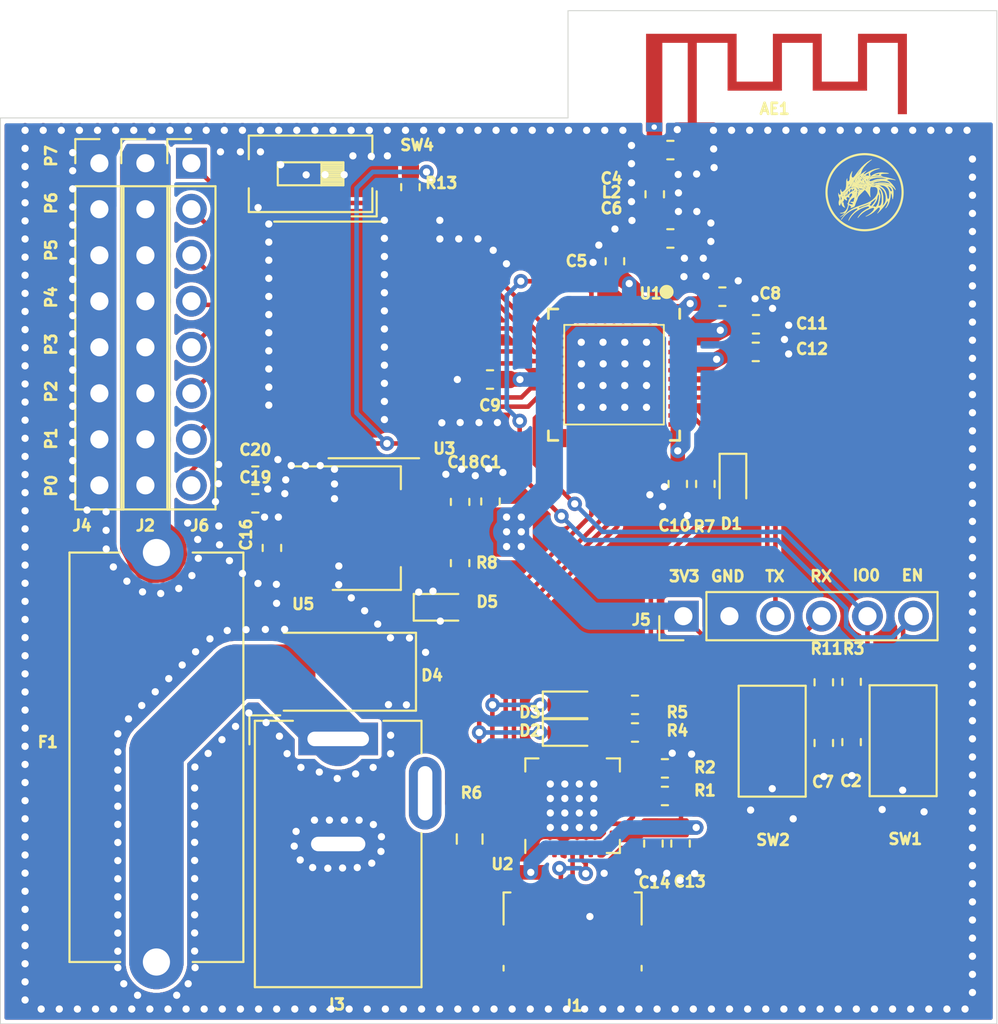
<source format=kicad_pcb>
(kicad_pcb (version 20171130) (host pcbnew 5.1.4-e60b266~84~ubuntu18.04.1)
  (layers (0 F.Cu signal) (31 B.Cu signal) (34 B.Paste user hide) (35 F.Paste user hide) (36 B.SilkS user hide) (37 F.SilkS user hide) (38 B.Mask user hide) (39 F.Mask user hide) (44 Edge.Cuts user))
  (net 0 "")
  (net 1 GND)
  (net 2 +3V3)
  (net 3 FLASH_EN)
  (net 4 "Net-(C6-Pad1)")
  (net 5 FLASH_IO0)
  (net 6 +5V)
  (net 7 "Net-(D1-Pad2)")
  (net 8 LED_STT)
  (net 9 "Net-(D2-Pad2)")
  (net 10 CP2x_U1TX)
  (net 11 CP2x_U1RX)
  (net 12 "Net-(D3-Pad2)")
  (net 13 VCC)
  (net 14 "Net-(D5-Pad2)")
  (net 15 "Net-(J1-Pad3)")
  (net 16 "Net-(J1-Pad2)")
  (net 17 "Net-(R1-Pad2)")
  (net 18 "Net-(R2-Pad2)")
  (net 19 "Net-(R13-Pad2)")
  (net 20 CP2x_U1RTS)
  (net 21 CP2x_U1CTS)
  (net 22 PWM4)
  (net 23 PWM3)
  (net 24 PWM2)
  (net 25 PWM1)
  (net 26 PWM0)
  (net 27 PWM5)
  (net 28 PWM6)
  (net 29 PWM7)
  (net 30 SERVO7)
  (net 31 SERVO6)
  (net 32 SERVO5)
  (net 33 SERVO4)
  (net 34 SERVO3)
  (net 35 SERVO2)
  (net 36 SERVO1)
  (net 37 SERVO0)
  (net 38 "Net-(F1-Pad1)")
  (net 39 "Net-(AE1-Pad2)")
  (net 40 VCCQ)
  (net 41 FLASH_U0RX)
  (net 42 FLASH_U0TX)
  (module Resistor_SMD:R_0805_2012Metric_Pad1.15x1.40mm_HandSolder (layer F.Cu) (at 117.9 137.3 270)
    (fp_text reference R6 (at -2.55 -0.1 180) (layer F.SilkS) (effects (font (size 0.6 0.6))))
    (fp_text value 0R)
    (pad 2 smd roundrect (at 1.025 0 270) (size 1.15 1.4) (layers F.Cu F.Paste F.Mask) (roundrect_rratio 0.217391) (net 40 VCCQ))
    (pad 1 smd roundrect (at -1.025 0 270) (size 1.15 1.4) (layers F.Cu F.Paste F.Mask) (roundrect_rratio 0.217391) (net 6 +5V))
  )
  (module Connector_PinHeader_2.54mm:PinHeader_1x06_P2.54mm_Vertical (layer F.Cu) (at 129.7 125 90)
    (fp_text reference J5 (at -0.2 -2.33 180) (layer F.SilkS) (effects (font (size 0.6 0.6))))
    (fp_text value ESP_Flash)
    (pad 6 thru_hole oval (at 0 12.7 90) (size 1.7 1.7) (drill 1) (layers *.Cu *.Mask) (net 3 FLASH_EN))
    (pad 5 thru_hole oval (at 0 10.16 90) (size 1.7 1.7) (drill 1) (layers *.Cu *.Mask) (net 5 FLASH_IO0))
    (pad 4 thru_hole oval (at 0 7.62 90) (size 1.7 1.7) (drill 1) (layers *.Cu *.Mask) (net 41 FLASH_U0RX))
    (pad 3 thru_hole oval (at 0 5.08 90) (size 1.7 1.7) (drill 1) (layers *.Cu *.Mask) (net 42 FLASH_U0TX))
    (pad 2 thru_hole oval (at 0 2.54 90) (size 1.7 1.7) (drill 1) (layers *.Cu *.Mask) (net 1 GND))
    (pad 1 thru_hole rect (at 0 0 90) (size 1.7 1.7) (drill 1) (layers *.Cu *.Mask) (net 2 +3V3))
  )
  (module footprints:Nam_logo (layer F.Cu) (at 139.7 101.6)
    (fp_text reference OL1 hide)
    (fp_text value Logo hide)
  )
  (module Connector_PinHeader_2.54mm:PinHeader_1x08_P2.54mm_Vertical (layer F.Cu) (at 100 100)
    (fp_text reference J2 (at 0 20) (layer F.SilkS) (effects (font (size 0.6 0.6))))
    (fp_text value VCC)
    (pad 8 thru_hole oval (at 0 17.78) (size 1.7 1.7) (drill 1) (layers *.Cu *.Mask) (net 38 "Net-(F1-Pad1)"))
    (pad 7 thru_hole oval (at 0 15.24) (size 1.7 1.7) (drill 1) (layers *.Cu *.Mask) (net 38 "Net-(F1-Pad1)"))
    (pad 6 thru_hole oval (at 0 12.7) (size 1.7 1.7) (drill 1) (layers *.Cu *.Mask) (net 38 "Net-(F1-Pad1)"))
    (pad 5 thru_hole oval (at 0 10.16) (size 1.7 1.7) (drill 1) (layers *.Cu *.Mask) (net 38 "Net-(F1-Pad1)"))
    (pad 4 thru_hole oval (at 0 7.62) (size 1.7 1.7) (drill 1) (layers *.Cu *.Mask) (net 38 "Net-(F1-Pad1)"))
    (pad 3 thru_hole oval (at 0 5.08) (size 1.7 1.7) (drill 1) (layers *.Cu *.Mask) (net 38 "Net-(F1-Pad1)"))
    (pad 2 thru_hole oval (at 0 2.54) (size 1.7 1.7) (drill 1) (layers *.Cu *.Mask) (net 38 "Net-(F1-Pad1)"))
    (pad 1 thru_hole rect (at 0 0) (size 1.7 1.7) (drill 1) (layers *.Cu *.Mask) (net 38 "Net-(F1-Pad1)"))
  )
  (module Capacitor_SMD:C_0603_1608Metric_Pad1.05x0.95mm_HandSolder (layer F.Cu) (at 133.7056 108.8898)
    (fp_text reference C11 (at 3.0944 -0.0398) (layer F.SilkS) (effects (font (size 0.6 0.6))))
    (fp_text value 1uF)
    (pad 2 smd roundrect (at 0.875 0) (size 1.05 0.95) (layers F.Cu F.Paste F.Mask) (net 1 GND))
    (pad 1 smd roundrect (at -0.875 0) (size 1.05 0.95) (layers F.Cu F.Paste F.Mask) (net 2 +3V3))
  )
  (module RF_Antenna:Texas_SWRA117D_2.4GHz_Right (layer F.Cu) (at 130.1877 98.0059)
    (fp_text reference AE1 (at 4.55 -1.0059) (layer F.SilkS) (effects (font (size 0.6 0.6))))
    (fp_text value Antenna_Shield)
    (fp_poly (pts (xy 2.45 -2.51) (xy 4.45 -2.51) (xy 4.45 -5.15) (xy 7.15 -5.15) (xy 7.15 -2.51) (xy 9.15 -2.51) (xy 9.15 -5.15) (xy 11.85 -5.15) (xy 11.85 -0.71) (xy 11.35 -0.71) (xy 11.35 -4.65) (xy 9.65 -4.65) (xy 9.65 -2.01) (xy 6.65 -2.01) (xy 6.65 -4.65) (xy 4.95 -4.65) (xy 4.95 -2.01) (xy 1.95 -2.01) (xy 1.95 -4.65) (xy 0.25 -4.65) (xy 0.25 0.25) (xy -0.25 0.25) (xy -0.25 -4.65) (xy -1.65 -4.65) (xy -1.65 0.25) (xy -2.55 0.25) (xy -2.55 0.006785) (xy -2.247583 0.006785) (xy -2.237742 0.054395) (xy -2.213674 0.096797) (xy -2.175731 0.129581) (xy -2.167819 0.133935) (xy -2.125156 0.146043) (xy -2.076637 0.1453) (xy -2.031122 0.1324) (xy -2.012511 0.121787) (xy -1.978868 0.086553) (xy -1.958309 0.041368) (xy -1.951778 -0.008158) (xy -1.960218 -0.056417) (xy -1.977112 -0.088643) (xy -2.012372 -0.121313) (xy -2.057682 -0.141408) (xy -2.107267 -0.147982) (xy -2.155353 -0.140092) (xy -2.188245 -0.123186) (xy -2.223185 -0.086416) (xy -2.242847 -0.041622) (xy -2.247583 0.006785) (xy -2.55 0.006785) (xy -2.55 -5.15) (xy 2.45 -5.15) (xy 2.45 -2.51)) (layer F.Cu) (width 0))
    (pad 1 connect rect (at 0 0) (size 0.5 0.5) (layers F.Cu) (net 1 GND))
    (pad 2 thru_hole rect (at -2.1 0) (size 0.9 0.5) (drill 0.3) (layers *.Cu) (net 39 "Net-(AE1-Pad2)"))
  )
  (module Fuse:Fuseholder_Cylinder-5x20mm_Stelvio-Kontek_PTF78_Horizontal_Open (layer F.Cu) (at 100.6094 121.4882 270)
    (fp_text reference F1 (at 10.4648 5.9944 180) (layer F.SilkS) (effects (font (size 0.6 0.6))))
    (fp_text value Fuse)
    (pad 2 thru_hole circle (at 22.6 0 270) (size 3 3) (drill 1.5) (layers *.Cu *.Mask) (net 13 VCC))
    (pad 1 thru_hole circle (at 0 0 270) (size 3 3) (drill 1.5) (layers *.Cu *.Mask) (net 38 "Net-(F1-Pad1)"))
  )
  (module Connector_BarrelJack:BarrelJack_Wuerth_6941xx301002 (layer F.Cu) (at 110.6424 131.7752)
    (fp_text reference J3 (at -0.1524 14.6558) (layer F.SilkS) (effects (font (size 0.6 0.6))))
    (fp_text value Jack-DC)
    (pad 1 thru_hole rect (at 0 0) (size 4.4 1.8) (drill oval 3.4 0.8) (layers *.Cu *.Mask) (net 13 VCC))
    (pad 2 thru_hole oval (at 0 5.8) (size 4 1.8) (drill oval 3 0.8) (layers *.Cu *.Mask) (net 1 GND))
    (pad 3 thru_hole oval (at 4.8 3 90) (size 4 1.8) (drill oval 3 0.8) (layers *.Cu *.Mask))
  )
  (module Capacitor_SMD:C_0603_1608Metric_Pad1.05x0.95mm_HandSolder (layer F.Cu) (at 119.0498 118.6688 90)
    (fp_text reference C1 (at 2.1688 0.0002 180) (layer F.SilkS) (effects (font (size 0.6 0.6))))
    (fp_text value 10uF)
    (pad 2 smd roundrect (at 0.875 0 90) (size 1.05 0.95) (layers F.Cu F.Paste F.Mask) (net 1 GND))
    (pad 1 smd roundrect (at -0.875 0 90) (size 1.05 0.95) (layers F.Cu F.Paste F.Mask) (net 2 +3V3))
  )
  (module Capacitor_SMD:C_0603_1608Metric_Pad1.05x0.95mm_HandSolder (layer F.Cu) (at 138.984 131.9508 270)
    (fp_text reference C2 (at 2.1492 0.034 180) (layer F.SilkS) (effects (font (size 0.6 0.6))))
    (fp_text value 100nF)
    (pad 2 smd roundrect (at 0.875 0 270) (size 1.05 0.95) (layers F.Cu F.Paste F.Mask) (net 1 GND))
    (pad 1 smd roundrect (at -0.875 0 270) (size 1.05 0.95) (layers F.Cu F.Paste F.Mask) (net 3 FLASH_EN))
  )
  (module Capacitor_SMD:C_0603_1608Metric_Pad1.05x0.95mm_HandSolder (layer F.Cu) (at 128.9812 99.2759)
    (fp_text reference C4 (at -3.2512 1.5621) (layer F.SilkS) (effects (font (size 0.6 0.6))))
    (fp_text value TBD)
    (pad 2 smd roundrect (at 0.875 0) (size 1.05 0.95) (layers F.Cu F.Paste F.Mask) (net 1 GND))
    (pad 1 smd roundrect (at -0.875 0) (size 1.05 0.95) (layers F.Cu F.Paste F.Mask) (net 39 "Net-(AE1-Pad2)"))
  )
  (module Capacitor_SMD:C_0603_1608Metric_Pad1.05x0.95mm_HandSolder (layer F.Cu) (at 125.9205 105.41 90)
    (fp_text reference C5 (at 0.01 -2.1205 180) (layer F.SilkS) (effects (font (size 0.6 0.6))))
    (fp_text value 100nF)
    (pad 2 smd roundrect (at 0.875 0 90) (size 1.05 0.95) (layers F.Cu F.Paste F.Mask) (net 1 GND))
    (pad 1 smd roundrect (at -0.875 0 90) (size 1.05 0.95) (layers F.Cu F.Paste F.Mask) (net 2 +3V3))
  )
  (module Capacitor_SMD:C_0603_1608Metric_Pad1.05x0.95mm_HandSolder (layer F.Cu) (at 128.9812 104.1527)
    (fp_text reference C6 (at -3.2512 -1.6637) (layer F.SilkS) (effects (font (size 0.6 0.6))))
    (fp_text value TBD)
    (pad 2 smd roundrect (at 0.875 0) (size 1.05 0.95) (layers F.Cu F.Paste F.Mask) (net 1 GND))
    (pad 1 smd roundrect (at -0.875 0) (size 1.05 0.95) (layers F.Cu F.Paste F.Mask) (net 4 "Net-(C6-Pad1)"))
  )
  (module Capacitor_SMD:C_0603_1608Metric_Pad1.05x0.95mm_HandSolder (layer F.Cu) (at 137.45 132 270)
    (fp_text reference C7 (at 2.15 0.05 180) (layer F.SilkS) (effects (font (size 0.6 0.6))))
    (fp_text value 100nF)
    (pad 2 smd roundrect (at 0.875 0 270) (size 1.05 0.95) (layers F.Cu F.Paste F.Mask) (net 1 GND))
    (pad 1 smd roundrect (at -0.875 0 270) (size 1.05 0.95) (layers F.Cu F.Paste F.Mask) (net 5 FLASH_IO0))
  )
  (module Capacitor_SMD:C_0603_1608Metric_Pad1.05x0.95mm_HandSolder (layer F.Cu) (at 131.8514 107.3658)
    (fp_text reference C8 (at 2.6416 -0.1778) (layer F.SilkS) (effects (font (size 0.6 0.6))))
    (fp_text value 100nF)
    (pad 2 smd roundrect (at 0.875 0) (size 1.05 0.95) (layers F.Cu F.Paste F.Mask) (net 1 GND))
    (pad 1 smd roundrect (at -0.875 0) (size 1.05 0.95) (layers F.Cu F.Paste F.Mask) (net 2 +3V3))
  )
  (module Capacitor_SMD:C_0603_1608Metric_Pad1.05x0.95mm_HandSolder (layer F.Cu) (at 119.0244 111.9378 180)
    (fp_text reference C9 (at 0 -1.43) (layer F.SilkS) (effects (font (size 0.6 0.6))))
    (fp_text value 100nF)
    (pad 2 smd roundrect (at 0.875 0 180) (size 1.05 0.95) (layers F.Cu F.Paste F.Mask) (net 1 GND))
    (pad 1 smd roundrect (at -0.875 0 180) (size 1.05 0.95) (layers F.Cu F.Paste F.Mask) (net 2 +3V3))
  )
  (module Capacitor_SMD:C_0603_1608Metric_Pad1.05x0.95mm_HandSolder (layer F.Cu) (at 129.3876 117.7036 270)
    (fp_text reference C10 (at 2.2964 0.1876 180) (layer F.SilkS) (effects (font (size 0.6 0.6))))
    (fp_text value 100nF)
    (pad 2 smd roundrect (at 0.875 0 270) (size 1.05 0.95) (layers F.Cu F.Paste F.Mask) (net 1 GND))
    (pad 1 smd roundrect (at -0.875 0 270) (size 1.05 0.95) (layers F.Cu F.Paste F.Mask) (net 2 +3V3))
  )
  (module Capacitor_SMD:C_0603_1608Metric_Pad1.05x0.95mm_HandSolder (layer F.Cu) (at 133.6942 110.4138)
    (fp_text reference C12 (at 3.1058 -0.1638) (layer F.SilkS) (effects (font (size 0.6 0.6))))
    (fp_text value 100nF)
    (pad 2 smd roundrect (at 0.875 0) (size 1.05 0.95) (layers F.Cu F.Paste F.Mask) (net 1 GND))
    (pad 1 smd roundrect (at -0.875 0) (size 1.05 0.95) (layers F.Cu F.Paste F.Mask) (net 2 +3V3))
  )
  (module Capacitor_SMD:C_0603_1608Metric_Pad1.05x0.95mm_HandSolder (layer F.Cu) (at 129.5418 137.5537 270)
    (fp_text reference C13 (at 2.0963 -0.5082 180) (layer F.SilkS) (effects (font (size 0.6 0.6))))
    (fp_text value 10uF)
    (pad 2 smd roundrect (at 0.875 0 270) (size 1.05 0.95) (layers F.Cu F.Paste F.Mask) (net 1 GND))
    (pad 1 smd roundrect (at -0.875 0 270) (size 1.05 0.95) (layers F.Cu F.Paste F.Mask) (net 40 VCCQ))
  )
  (module Capacitor_SMD:C_0603_1608Metric_Pad1.05x0.95mm_HandSolder (layer F.Cu) (at 128.0432 137.5537 270)
    (fp_text reference C14 (at 2.1463 -0.0568 180) (layer F.SilkS) (effects (font (size 0.6 0.6))))
    (fp_text value 100nF)
    (pad 2 smd roundrect (at 0.875 0 270) (size 1.05 0.95) (layers F.Cu F.Paste F.Mask) (net 1 GND))
    (pad 1 smd roundrect (at -0.875 0 270) (size 1.05 0.95) (layers F.Cu F.Paste F.Mask) (net 40 VCCQ))
  )
  (module Capacitor_SMD:C_0603_1608Metric_Pad1.05x0.95mm_HandSolder (layer F.Cu) (at 106.9848 121.2342 90)
    (fp_text reference C16 (at 0.7342 -1.43 90) (layer F.SilkS) (effects (font (size 0.6 0.6))))
    (fp_text value 10uF)
    (pad 2 smd roundrect (at 0.875 0 90) (size 1.05 0.95) (layers F.Cu F.Paste F.Mask) (net 1 GND))
    (pad 1 smd roundrect (at -0.875 0 90) (size 1.05 0.95) (layers F.Cu F.Paste F.Mask) (net 6 +5V))
  )
  (module Capacitor_SMD:C_0603_1608Metric_Pad1.05x0.95mm_HandSolder (layer F.Cu) (at 117.3734 118.6942 90)
    (fp_text reference C18 (at 2.1942 0.1766 180) (layer F.SilkS) (effects (font (size 0.6 0.6))))
    (fp_text value 10uF)
    (pad 2 smd roundrect (at 0.875 0 90) (size 1.05 0.95) (layers F.Cu F.Paste F.Mask) (net 1 GND))
    (pad 1 smd roundrect (at -0.875 0 90) (size 1.05 0.95) (layers F.Cu F.Paste F.Mask) (net 2 +3V3))
  )
  (module Capacitor_SMD:C_0603_1608Metric_Pad1.05x0.95mm_HandSolder (layer F.Cu) (at 106.0704 118.7704)
    (fp_text reference C19 (at 0 -1.43) (layer F.SilkS) (effects (font (size 0.6 0.6))))
    (fp_text value 10uF)
    (pad 2 smd roundrect (at 0.875 0) (size 1.05 0.95) (layers F.Cu F.Paste F.Mask) (net 1 GND))
    (pad 1 smd roundrect (at -0.875 0) (size 1.05 0.95) (layers F.Cu F.Paste F.Mask) (net 6 +5V))
  )
  (module Capacitor_SMD:C_0603_1608Metric_Pad1.05x0.95mm_HandSolder (layer F.Cu) (at 106.0704 117.2464)
    (fp_text reference C20 (at 0 -1.43) (layer F.SilkS) (effects (font (size 0.6 0.6))))
    (fp_text value 100nF)
    (pad 2 smd roundrect (at 0.875 0) (size 1.05 0.95) (layers F.Cu F.Paste F.Mask))
    (pad 1 smd roundrect (at -0.875 0) (size 1.05 0.95) (layers F.Cu F.Paste F.Mask))
  )
  (module LED_SMD:LED_0603_1608Metric_Pad1.05x0.95mm_HandSolder (layer F.Cu) (at 132.434799 117.698601 270)
    (fp_text reference D1 (at 2.201399 0.084799 180) (layer F.SilkS) (effects (font (size 0.6 0.6))))
    (fp_text value STATUS)
    (pad 2 smd roundrect (at 0.875 0 270) (size 1.05 0.95) (layers F.Cu F.Paste F.Mask) (net 7 "Net-(D1-Pad2)"))
    (pad 1 smd roundrect (at -0.875 0 270) (size 1.05 0.95) (layers F.Cu F.Paste F.Mask) (net 8 LED_STT))
  )
  (module LED_SMD:LED_0603_1608Metric_Pad1.05x0.95mm_HandSolder (layer F.Cu) (at 123.5982 131.4196)
    (fp_text reference D2 (at -2.3622 -0.1016) (layer F.SilkS) (effects (font (size 0.6 0.6))))
    (fp_text value TX)
    (pad 2 smd roundrect (at 0.875 0) (size 1.05 0.95) (layers F.Cu F.Paste F.Mask) (net 9 "Net-(D2-Pad2)"))
    (pad 1 smd roundrect (at -0.875 0) (size 1.05 0.95) (layers F.Cu F.Paste F.Mask) (net 10 CP2x_U1TX))
  )
  (module LED_SMD:LED_0603_1608Metric_Pad1.05x0.95mm_HandSolder (layer F.Cu) (at 123.5982 129.8956)
    (fp_text reference D3 (at -2.3622 0.4064) (layer F.SilkS) (effects (font (size 0.6 0.6))))
    (fp_text value RX)
    (pad 2 smd roundrect (at 0.875 0) (size 1.05 0.95) (layers F.Cu F.Paste F.Mask) (net 12 "Net-(D3-Pad2)"))
    (pad 1 smd roundrect (at -0.875 0) (size 1.05 0.95) (layers F.Cu F.Paste F.Mask) (net 11 CP2x_U1RX))
  )
  (module Diode_SMD:D_SMB_Handsoldering (layer F.Cu) (at 110.3376 128.0668 180)
    (fp_text reference D4 (at -5.4864 -0.2032) (layer F.SilkS) (effects (font (size 0.6 0.6))))
    (fp_text value SS24)
    (pad 2 smd rect (at 2.7 0 180) (size 3.5 2.3) (layers F.Cu F.Paste F.Mask) (net 13 VCC))
    (pad 1 smd rect (at -2.7 0 180) (size 3.5 2.3) (layers F.Cu F.Paste F.Mask) (net 6 +5V))
  )
  (module LED_SMD:LED_0603_1608Metric_Pad1.05x0.95mm_HandSolder (layer F.Cu) (at 116.473 124.5108)
    (fp_text reference D5 (at 2.399 -0.3048) (layer F.SilkS) (effects (font (size 0.6 0.6))))
    (fp_text value POWER)
    (pad 2 smd roundrect (at 0.875 0) (size 1.05 0.95) (layers F.Cu F.Paste F.Mask) (net 14 "Net-(D5-Pad2)"))
    (pad 1 smd roundrect (at -0.875 0) (size 1.05 0.95) (layers F.Cu F.Paste F.Mask) (net 1 GND))
  )
  (module Connector_USB:USB_Micro-B_Molex_47346-0001 (layer F.Cu) (at 123.5832 141.9598)
    (fp_text reference J1 (at 0.0168 4.5402 180) (layer F.SilkS) (effects (font (size 0.6 0.6))))
    (fp_text value USB_B)
    (pad 6 smd rect (at 0.84 1.2) (size 1.175 1.9) (layers F.Cu F.Paste F.Mask))
    (pad 6 smd rect (at -0.84 1.2) (size 1.175 1.9) (layers F.Cu F.Paste F.Mask))
    (pad 6 smd rect (at 2.91 1.2) (size 2.375 1.9) (layers F.Cu F.Paste F.Mask))
    (pad 6 smd rect (at -2.91 1.2) (size 2.375 1.9) (layers F.Cu F.Paste F.Mask))
    (pad 6 smd rect (at 2.4625 -1.1) (size 1.475 2.1) (layers F.Cu F.Paste F.Mask))
    (pad 6 smd rect (at -2.4625 -1.1) (size 1.475 2.1) (layers F.Cu F.Paste F.Mask))
    (pad 5 smd rect (at 1.3 -1.46) (size 0.45 1.38) (layers F.Cu F.Paste F.Mask) (net 1 GND))
    (pad 4 smd rect (at 0.65 -1.46) (size 0.45 1.38) (layers F.Cu F.Paste F.Mask) (net 1 GND))
    (pad 3 smd rect (at 0 -1.46) (size 0.45 1.38) (layers F.Cu F.Paste F.Mask) (net 15 "Net-(J1-Pad3)"))
    (pad 2 smd rect (at -0.65 -1.46) (size 0.45 1.38) (layers F.Cu F.Paste F.Mask) (net 16 "Net-(J1-Pad2)"))
    (pad 1 smd rect (at -1.3 -1.46) (size 0.45 1.38) (layers F.Cu F.Paste F.Mask) (net 40 VCCQ))
  )
  (module Connector_PinHeader_2.54mm:PinHeader_1x08_P2.54mm_Vertical (layer F.Cu) (at 97.46 100)
    (fp_text reference J4 (at -0.96 20) (layer F.SilkS) (effects (font (size 0.6 0.6))))
    (fp_text value GND)
    (pad 8 thru_hole oval (at 0 17.78) (size 1.7 1.7) (drill 1) (layers *.Cu *.Mask) (net 1 GND))
    (pad 7 thru_hole oval (at 0 15.24) (size 1.7 1.7) (drill 1) (layers *.Cu *.Mask) (net 1 GND))
    (pad 6 thru_hole oval (at 0 12.7) (size 1.7 1.7) (drill 1) (layers *.Cu *.Mask) (net 1 GND))
    (pad 5 thru_hole oval (at 0 10.16) (size 1.7 1.7) (drill 1) (layers *.Cu *.Mask) (net 1 GND))
    (pad 4 thru_hole oval (at 0 7.62) (size 1.7 1.7) (drill 1) (layers *.Cu *.Mask) (net 1 GND))
    (pad 3 thru_hole oval (at 0 5.08) (size 1.7 1.7) (drill 1) (layers *.Cu *.Mask) (net 1 GND))
    (pad 2 thru_hole oval (at 0 2.54) (size 1.7 1.7) (drill 1) (layers *.Cu *.Mask) (net 1 GND))
    (pad 1 thru_hole rect (at 0 0) (size 1.7 1.7) (drill 1) (layers *.Cu *.Mask) (net 1 GND))
  )
  (module Connector_PinHeader_2.54mm:PinHeader_1x08_P2.54mm_Vertical (layer F.Cu) (at 102.54 100)
    (fp_text reference J6 (at 0.46 20) (layer F.SilkS) (effects (font (size 0.6 0.6))))
    (fp_text value PWM)
    (pad 8 thru_hole oval (at 0 17.78) (size 1.7 1.7) (drill 1) (layers *.Cu *.Mask) (net 37 SERVO0))
    (pad 7 thru_hole oval (at 0 15.24) (size 1.7 1.7) (drill 1) (layers *.Cu *.Mask) (net 36 SERVO1))
    (pad 6 thru_hole oval (at 0 12.7) (size 1.7 1.7) (drill 1) (layers *.Cu *.Mask) (net 35 SERVO2))
    (pad 5 thru_hole oval (at 0 10.16) (size 1.7 1.7) (drill 1) (layers *.Cu *.Mask) (net 34 SERVO3))
    (pad 4 thru_hole oval (at 0 7.62) (size 1.7 1.7) (drill 1) (layers *.Cu *.Mask) (net 33 SERVO4))
    (pad 3 thru_hole oval (at 0 5.08) (size 1.7 1.7) (drill 1) (layers *.Cu *.Mask) (net 32 SERVO5))
    (pad 2 thru_hole oval (at 0 2.54) (size 1.7 1.7) (drill 1) (layers *.Cu *.Mask) (net 31 SERVO6))
    (pad 1 thru_hole rect (at 0 0) (size 1.7 1.7) (drill 1) (layers *.Cu *.Mask) (net 30 SERVO7))
  )
  (module Inductor_SMD:L_0603_1608Metric_Pad1.05x0.95mm_HandSolder (layer F.Cu) (at 128.1176 101.7143 270)
    (fp_text reference L2 (at -0.1143 2.3876 180) (layer F.SilkS) (effects (font (size 0.6 0.6))))
    (fp_text value TBD)
    (pad 2 smd roundrect (at 0.875 0 270) (size 1.05 0.95) (layers F.Cu F.Paste F.Mask) (net 4 "Net-(C6-Pad1)"))
    (pad 1 smd roundrect (at -0.875 0 270) (size 1.05 0.95) (layers F.Cu F.Paste F.Mask) (net 39 "Net-(AE1-Pad2)"))
  )
  (module Resistor_SMD:R_0603_1608Metric_Pad1.05x0.95mm_HandSolder (layer F.Cu) (at 128.6782 134.9248 180)
    (fp_text reference R1 (at -2.2098 0.3048) (layer F.SilkS) (effects (font (size 0.6 0.6))))
    (fp_text value 4K7)
    (pad 2 smd roundrect (at 0.875 0 180) (size 1.05 0.95) (layers F.Cu F.Paste F.Mask) (net 17 "Net-(R1-Pad2)"))
    (pad 1 smd roundrect (at -0.875 0 180) (size 1.05 0.95) (layers F.Cu F.Paste F.Mask) (net 40 VCCQ))
  )
  (module Resistor_SMD:R_0603_1608Metric_Pad1.05x0.95mm_HandSolder (layer F.Cu) (at 128.6782 133.4008 180)
    (fp_text reference R2 (at -2.2098 0.0508) (layer F.SilkS) (effects (font (size 0.6 0.6))))
    (fp_text value 10K)
    (pad 2 smd roundrect (at 0.875 0 180) (size 1.05 0.95) (layers F.Cu F.Paste F.Mask) (net 18 "Net-(R2-Pad2)"))
    (pad 1 smd roundrect (at -0.875 0 180) (size 1.05 0.95) (layers F.Cu F.Paste F.Mask) (net 1 GND))
  )
  (module Resistor_SMD:R_0603_1608Metric_Pad1.05x0.95mm_HandSolder (layer F.Cu) (at 138.984 128.6234 270)
    (fp_text reference R3 (at -1.8234 -0.116 180) (layer F.SilkS) (effects (font (size 0.6 0.6))))
    (fp_text value 10K)
    (pad 2 smd roundrect (at 0.875 0 270) (size 1.05 0.95) (layers F.Cu F.Paste F.Mask) (net 3 FLASH_EN))
    (pad 1 smd roundrect (at -0.875 0 270) (size 1.05 0.95) (layers F.Cu F.Paste F.Mask) (net 2 +3V3))
  )
  (module Resistor_SMD:R_0603_1608Metric_Pad1.05x0.95mm_HandSolder (layer F.Cu) (at 127.0272 131.4196 180)
    (fp_text reference R4 (at -2.3368 0.1016) (layer F.SilkS) (effects (font (size 0.6 0.6))))
    (fp_text value 330R)
    (pad 2 smd roundrect (at 0.875 0 180) (size 1.05 0.95) (layers F.Cu F.Paste F.Mask) (net 9 "Net-(D2-Pad2)"))
    (pad 1 smd roundrect (at -0.875 0 180) (size 1.05 0.95) (layers F.Cu F.Paste F.Mask) (net 2 +3V3))
  )
  (module Resistor_SMD:R_0603_1608Metric_Pad1.05x0.95mm_HandSolder (layer F.Cu) (at 127.0272 129.8956 180)
    (fp_text reference R5 (at -2.3368 -0.4064) (layer F.SilkS) (effects (font (size 0.6 0.6))))
    (fp_text value 330R)
    (pad 2 smd roundrect (at 0.875 0 180) (size 1.05 0.95) (layers F.Cu F.Paste F.Mask) (net 12 "Net-(D3-Pad2)"))
    (pad 1 smd roundrect (at -0.875 0 180) (size 1.05 0.95) (layers F.Cu F.Paste F.Mask) (net 2 +3V3))
  )
  (module Resistor_SMD:R_0603_1608Metric_Pad1.05x0.95mm_HandSolder (layer F.Cu) (at 130.9116 117.7036 90)
    (fp_text reference R7 (at -2.3464 -0.0616 180) (layer F.SilkS) (effects (font (size 0.6 0.6))))
    (fp_text value 330R)
    (pad 2 smd roundrect (at 0.875 0 90) (size 1.05 0.95) (layers F.Cu F.Paste F.Mask) (net 7 "Net-(D1-Pad2)"))
    (pad 1 smd roundrect (at -0.875 0 90) (size 1.05 0.95) (layers F.Cu F.Paste F.Mask) (net 2 +3V3))
  )
  (module Resistor_SMD:R_0603_1608Metric_Pad1.05x0.95mm_HandSolder (layer F.Cu) (at 117.3734 122.0724 270)
    (fp_text reference R8 (at -0.0224 -1.4766 180) (layer F.SilkS) (effects (font (size 0.6 0.6))))
    (fp_text value 330R)
    (pad 2 smd roundrect (at 0.875 0 270) (size 1.05 0.95) (layers F.Cu F.Paste F.Mask) (net 14 "Net-(D5-Pad2)"))
    (pad 1 smd roundrect (at -0.875 0 270) (size 1.05 0.95) (layers F.Cu F.Paste F.Mask) (net 2 +3V3))
  )
  (module Resistor_SMD:R_0603_1608Metric_Pad1.05x0.95mm_HandSolder (layer F.Cu) (at 137.45 128.65 270)
    (fp_text reference R11 (at -1.85 -0.15 180) (layer F.SilkS) (effects (font (size 0.6 0.6))))
    (fp_text value 10K)
    (pad 2 smd roundrect (at 0.875 0 270) (size 1.05 0.95) (layers F.Cu F.Paste F.Mask) (net 5 FLASH_IO0))
    (pad 1 smd roundrect (at -0.875 0 270) (size 1.05 0.95) (layers F.Cu F.Paste F.Mask) (net 2 +3V3))
  )
  (module Resistor_SMD:R_0603_1608Metric_Pad1.05x0.95mm_HandSolder (layer F.Cu) (at 114.6302 101.3206 270)
    (fp_text reference R13 (at -0.2286 -1.7018 180) (layer F.SilkS) (effects (font (size 0.6 0.6))))
    (fp_text value 10K)
    (pad 2 smd roundrect (at 0.875 0 270) (size 1.05 0.95) (layers F.Cu F.Paste F.Mask) (net 19 "Net-(R13-Pad2)"))
    (pad 1 smd roundrect (at -0.875 0 270) (size 1.05 0.95) (layers F.Cu F.Paste F.Mask) (net 6 +5V))
  )
  (module Button_Switch_SMD:SW_SPST_CK_RS282G05A3 (layer F.Cu) (at 141.8288 131.8746 90)
    (fp_text reference SW1 (at -5.4254 0.1212 180) (layer F.SilkS) (effects (font (size 0.6 0.6))))
    (fp_text value SW_Push)
    (pad 2 smd rect (at 3.9 0 90) (size 1.5 1.5) (layers F.Cu F.Paste F.Mask) (net 3 FLASH_EN))
    (pad 1 smd rect (at -3.9 0 90) (size 1.5 1.5) (layers F.Cu F.Paste F.Mask) (net 1 GND))
  )
  (module Button_Switch_SMD:SW_SPST_CK_RS282G05A3 (layer F.Cu) (at 134.6 131.9 90)
    (fp_text reference SW2 (at -5.45 0.05 180) (layer F.SilkS) (effects (font (size 0.6 0.6))))
    (fp_text value SW_Push)
    (pad 2 smd rect (at 3.9 0 90) (size 1.5 1.5) (layers F.Cu F.Paste F.Mask) (net 5 FLASH_IO0))
    (pad 1 smd rect (at -3.9 0 90) (size 1.5 1.5) (layers F.Cu F.Paste F.Mask) (net 1 GND))
  )
  (module Button_Switch_SMD:SW_DIP_SPSTx01_Slide_6.7x4.1mm_W6.73mm_P2.54mm_LowProfile_JPin (layer F.Cu) (at 109.1184 100.584 180)
    (fp_text reference SW4 (at -5.8816 1.584) (layer F.SilkS) (effects (font (size 0.6 0.6))))
    (fp_text value SW_DIP_x01)
    (pad 2 smd rect (at 3.365 0 180) (size 2.16 1.12) (layers F.Cu F.Paste F.Mask) (net 19 "Net-(R13-Pad2)"))
    (pad 1 smd rect (at -3.365 0 180) (size 2.16 1.12) (layers F.Cu F.Paste F.Mask) (net 1 GND))
  )
  (module footprints:QFN-48-1EP_7x7mm_P0.5mm (layer F.Cu) (at 125.8714 111.6728 270)
    (fp_text reference U1 (at -4.4848 -2.0176) (layer F.SilkS) (effects (font (size 0.6 0.6))))
    (fp_text value ESP32-PICO-D4)
    (pad 49 smd rect (at 0.9 0.9 270) (size 2.4 2.4) (layers F.Cu F.Paste F.Mask) (net 1 GND))
    (pad 49 smd rect (at -0.9 0.9 270) (size 2.4 2.4) (layers F.Cu F.Paste F.Mask) (net 1 GND))
    (pad 49 smd rect (at 0.9 -0.9 270) (size 2.4 2.4) (layers F.Cu F.Paste F.Mask) (net 1 GND))
    (pad 49 smd rect (at -0.9 -0.9 270) (size 2.4 2.4) (layers F.Cu F.Paste F.Mask) (net 1 GND))
    (pad 49 smd rect (at 0.5969 0.5969 270) (size 1.2 1.2) (layers F.Cu F.Mask) (net 1 GND))
    (pad 49 smd rect (at -0.5969 0.5969 270) (size 1.2 1.2) (layers F.Cu F.Mask) (net 1 GND))
    (pad 49 smd rect (at -1.7907 0.5969 270) (size 1.2 1.2) (layers F.Cu F.Mask) (net 1 GND))
    (pad 49 smd rect (at 0.5969 -0.5969 270) (size 1.2 1.2) (layers F.Cu F.Mask) (net 1 GND))
    (pad 49 smd rect (at -0.5969 -0.5969 270) (size 1.2 1.2) (layers F.Cu F.Mask) (net 1 GND))
    (pad 49 smd rect (at -1.7907 -1.7907 270) (size 1.2 1.2) (layers F.Cu F.Mask) (net 1 GND))
    (pad 49 smd rect (at -1.7907 -0.5969 270) (size 1.2 1.2) (layers F.Cu F.Mask) (net 1 GND))
    (pad 49 smd rect (at -1.7907 1.7907 270) (size 1.2 1.2) (layers F.Cu F.Mask) (net 1 GND))
    (pad 49 smd rect (at -0.5969 -1.7907 270) (size 1.2 1.2) (layers F.Cu F.Mask) (net 1 GND))
    (pad 49 smd rect (at -0.5969 1.7907 270) (size 1.2 1.2) (layers F.Cu F.Mask) (net 1 GND))
    (pad 49 smd rect (at 0.5969 -1.7907 270) (size 1.2 1.2) (layers F.Cu F.Mask) (net 1 GND))
    (pad 49 smd rect (at 0.5969 1.7907 270) (size 1.2 1.2) (layers F.Cu F.Mask) (net 1 GND))
    (pad 49 smd rect (at 1.7907 -1.7907 270) (size 1.2 1.2) (layers F.Cu F.Mask) (net 1 GND))
    (pad 49 smd rect (at 1.7907 -0.5969 270) (size 1.2 1.2) (layers F.Cu F.Mask) (net 1 GND))
    (pad 49 smd rect (at 1.7907 0.5969 270) (size 1.2 1.2) (layers F.Cu F.Mask) (net 1 GND))
    (pad 49 smd rect (at 1.7907 1.7907 270) (size 1.2 1.2) (layers F.Cu F.Mask) (net 1 GND))
    (pad 48 smd rect (at -2.75 -3.5) (size 1 0.25) (layers F.Cu F.Paste F.Mask))
    (pad 47 smd rect (at -2.25 -3.5) (size 1 0.25) (layers F.Cu F.Paste F.Mask))
    (pad 46 smd rect (at -1.75 -3.5) (size 1 0.25) (layers F.Cu F.Paste F.Mask) (net 2 +3V3))
    (pad 45 smd rect (at -1.25 -3.5) (size 1 0.25) (layers F.Cu F.Paste F.Mask))
    (pad 44 smd rect (at -0.75 -3.5) (size 1 0.25) (layers F.Cu F.Paste F.Mask))
    (pad 43 smd rect (at -0.25 -3.5) (size 1 0.25) (layers F.Cu F.Paste F.Mask) (net 2 +3V3))
    (pad 42 smd rect (at 0.25 -3.5) (size 1 0.25) (layers F.Cu F.Paste F.Mask))
    (pad 41 smd rect (at 0.75 -3.5) (size 1 0.25) (layers F.Cu F.Paste F.Mask) (net 42 FLASH_U0TX))
    (pad 40 smd rect (at 1.25 -3.5) (size 1 0.25) (layers F.Cu F.Paste F.Mask) (net 41 FLASH_U0RX))
    (pad 39 smd rect (at 1.75 -3.5) (size 1 0.25) (layers F.Cu F.Paste F.Mask))
    (pad 38 smd rect (at 2.25 -3.5) (size 1 0.25) (layers F.Cu F.Paste F.Mask) (net 8 LED_STT))
    (pad 37 smd rect (at 2.75 -3.5) (size 1 0.25) (layers F.Cu F.Paste F.Mask) (net 2 +3V3))
    (pad 36 smd rect (at 3.5 -2.75 270) (size 1 0.25) (layers F.Cu F.Paste F.Mask))
    (pad 35 smd rect (at 3.5 -2.25 270) (size 1 0.25) (layers F.Cu F.Paste F.Mask) (net 21 CP2x_U1CTS))
    (pad 34 smd rect (at 3.5 -1.75 270) (size 1 0.25) (layers F.Cu F.Paste F.Mask) (net 20 CP2x_U1RTS))
    (pad 33 smd rect (at 3.5 -1.25 270) (size 1 0.25) (layers F.Cu F.Paste F.Mask))
    (pad 32 smd rect (at 3.5 -0.75 270) (size 1 0.25) (layers F.Cu F.Paste F.Mask))
    (pad 31 smd rect (at 3.5 -0.25 270) (size 1 0.25) (layers F.Cu F.Paste F.Mask))
    (pad 30 smd rect (at 3.5 0.25 270) (size 1 0.25) (layers F.Cu F.Paste F.Mask))
    (pad 29 smd rect (at 3.5 0.75 270) (size 1 0.25) (layers F.Cu F.Paste F.Mask) (net 11 CP2x_U1RX))
    (pad 28 smd rect (at 3.5 1.25 270) (size 1 0.25) (layers F.Cu F.Paste F.Mask) (net 10 CP2x_U1TX))
    (pad 27 smd rect (at 3.5 1.75 270) (size 1 0.25) (layers F.Cu F.Paste F.Mask))
    (pad 26 smd rect (at 3.5 2.25 270) (size 1 0.25) (layers F.Cu F.Paste F.Mask))
    (pad 25 smd rect (at 3.5 2.75 270) (size 1 0.25) (layers F.Cu F.Paste F.Mask))
    (pad 24 smd rect (at 2.75 3.5) (size 1 0.25) (layers F.Cu F.Paste F.Mask))
    (pad 23 smd rect (at 2.25 3.5) (size 1 0.25) (layers F.Cu F.Paste F.Mask) (net 5 FLASH_IO0))
    (pad 22 smd rect (at 1.75 3.5) (size 1 0.25) (layers F.Cu F.Paste F.Mask))
    (pad 21 smd rect (at 1.25 3.5) (size 1 0.25) (layers F.Cu F.Paste F.Mask) (net 26 PWM0))
    (pad 20 smd rect (at 0.75 3.5) (size 1 0.25) (layers F.Cu F.Paste F.Mask) (net 25 PWM1))
    (pad 19 smd rect (at 0.25 3.5) (size 1 0.25) (layers F.Cu F.Paste F.Mask) (net 2 +3V3))
    (pad 18 smd rect (at -0.25 3.5) (size 1 0.25) (layers F.Cu F.Paste F.Mask) (net 24 PWM2))
    (pad 17 smd rect (at -0.75 3.5) (size 1 0.25) (layers F.Cu F.Paste F.Mask) (net 23 PWM3))
    (pad 16 smd rect (at -1.25 3.5) (size 1 0.25) (layers F.Cu F.Paste F.Mask) (net 22 PWM4))
    (pad 15 smd rect (at -1.75 3.5) (size 1 0.25) (layers F.Cu F.Paste F.Mask) (net 27 PWM5))
    (pad 14 smd rect (at -2.25 3.5) (size 1 0.25) (layers F.Cu F.Paste F.Mask) (net 28 PWM6))
    (pad 13 smd rect (at -2.75 3.5) (size 1 0.25) (layers F.Cu F.Paste F.Mask) (net 29 PWM7))
    (pad 12 smd rect (at -3.5 2.75 270) (size 1 0.25) (layers F.Cu F.Paste F.Mask))
    (pad 11 smd rect (at -3.5 2.25 270) (size 1 0.25) (layers F.Cu F.Paste F.Mask))
    (pad 10 smd rect (at -3.5 1.75 270) (size 1 0.25) (layers F.Cu F.Paste F.Mask))
    (pad 9 smd rect (at -3.5 1.25 270) (size 1 0.25) (layers F.Cu F.Paste F.Mask) (net 3 FLASH_EN))
    (pad 8 smd rect (at -3.5 0.75 270) (size 1 0.25) (layers F.Cu F.Paste F.Mask))
    (pad 7 smd rect (at -3.5 0.25 270) (size 1 0.25) (layers F.Cu F.Paste F.Mask))
    (pad 6 smd rect (at -3.5 -0.25 270) (size 1 0.25) (layers F.Cu F.Paste F.Mask))
    (pad 5 smd rect (at -3.5 -0.75 270) (size 1 0.25) (layers F.Cu F.Paste F.Mask))
    (pad 4 smd rect (at -3.5 -1.25 270) (size 1 0.25) (layers F.Cu F.Paste F.Mask) (net 2 +3V3))
    (pad 3 smd rect (at -3.5 -1.75 270) (size 1 0.25) (layers F.Cu F.Paste F.Mask) (net 2 +3V3))
    (pad 2 smd rect (at -3.5 -2.25 270) (size 1 0.25) (layers F.Cu F.Paste F.Mask) (net 4 "Net-(C6-Pad1)"))
    (pad 1 smd rect (at -3.5 -2.75 270) (size 1 0.25) (layers F.Cu F.Paste F.Mask) (net 2 +3V3))
    (pad 49 thru_hole circle (at -1.7907 -1.7907 270) (size 0.8 0.8) (drill 0.4) (layers *.Cu) (net 1 GND))
    (pad 49 thru_hole circle (at -0.6 -1.8 270) (size 0.8 0.8) (drill 0.4) (layers *.Cu) (net 1 GND))
    (pad 49 thru_hole circle (at 0.5969 -1.7907 270) (size 0.8 0.8) (drill 0.4) (layers *.Cu) (net 1 GND))
    (pad 49 thru_hole circle (at 1.8 -1.7907 270) (size 0.8 0.8) (drill 0.4) (layers *.Cu) (net 1 GND))
    (pad 49 thru_hole circle (at 1.8 -0.5907 270) (size 0.8 0.8) (drill 0.4) (layers *.Cu) (net 1 GND))
    (pad 49 thru_hole circle (at 0.5969 -0.5907 270) (size 0.8 0.8) (drill 0.4) (layers *.Cu) (net 1 GND))
    (pad 49 thru_hole circle (at -0.6 -0.6 270) (size 0.8 0.8) (drill 0.4) (layers *.Cu) (net 1 GND))
    (pad 49 thru_hole circle (at -1.7907 -0.5907 270) (size 0.8 0.8) (drill 0.4) (layers *.Cu) (net 1 GND))
    (pad 49 thru_hole circle (at 0.5969 0.6093 270) (size 0.8 0.8) (drill 0.4) (layers *.Cu) (net 1 GND))
    (pad 49 thru_hole circle (at -1.7907 0.6093 270) (size 0.8 0.8) (drill 0.4) (layers *.Cu) (net 1 GND))
    (pad 49 thru_hole circle (at -0.6 0.6 270) (size 0.8 0.8) (drill 0.4) (layers *.Cu) (net 1 GND))
    (pad 49 thru_hole circle (at 1.8 0.6093 270) (size 0.8 0.8) (drill 0.4) (layers *.Cu) (net 1 GND))
    (pad 49 thru_hole circle (at -0.6 1.8 270) (size 0.8 0.8) (drill 0.4) (layers *.Cu) (net 1 GND))
    (pad 49 thru_hole circle (at 0.5969 1.8093 270) (size 0.8 0.8) (drill 0.4) (layers *.Cu) (net 1 GND))
    (pad 49 thru_hole circle (at -1.7907 1.8093 270) (size 0.8 0.8) (drill 0.4) (layers *.Cu) (net 1 GND))
    (pad 49 thru_hole circle (at 1.8 1.8093 270) (size 0.8 0.8) (drill 0.4) (layers *.Cu) (net 1 GND))
  )
  (module Package_DFN_QFN:QFN-28-1EP_5x5mm_P0.5mm_EP3.35x3.35mm (layer F.Cu) (at 123.5832 135.4598 90)
    (fp_text reference U2 (at -3.2242 -3.8712 180) (layer F.SilkS) (effects (font (size 0.6 0.6))))
    (fp_text value CP2102N-SHORT)
    (pad 28 smd roundrect (at -1.5 -2.45 90) (size 0.25 0.8) (layers F.Cu F.Paste F.Mask))
    (pad 27 smd roundrect (at -1 -2.45 90) (size 0.25 0.8) (layers F.Cu F.Paste F.Mask))
    (pad 26 smd roundrect (at -0.5 -2.45 90) (size 0.25 0.8) (layers F.Cu F.Paste F.Mask) (net 10 CP2x_U1TX))
    (pad 25 smd roundrect (at 0 -2.45 90) (size 0.25 0.8) (layers F.Cu F.Paste F.Mask) (net 11 CP2x_U1RX))
    (pad 24 smd roundrect (at 0.5 -2.45 90) (size 0.25 0.8) (layers F.Cu F.Paste F.Mask) (net 20 CP2x_U1RTS))
    (pad 23 smd roundrect (at 1 -2.45 90) (size 0.25 0.8) (layers F.Cu F.Paste F.Mask) (net 21 CP2x_U1CTS))
    (pad 22 smd roundrect (at 1.5 -2.45 90) (size 0.25 0.8) (layers F.Cu F.Paste F.Mask))
    (pad 21 smd roundrect (at 2.45 -1.5 90) (size 0.8 0.25) (layers F.Cu F.Paste F.Mask))
    (pad 20 smd roundrect (at 2.45 -1 90) (size 0.8 0.25) (layers F.Cu F.Paste F.Mask))
    (pad 19 smd roundrect (at 2.45 -0.5 90) (size 0.8 0.25) (layers F.Cu F.Paste F.Mask))
    (pad 18 smd roundrect (at 2.45 0 90) (size 0.8 0.25) (layers F.Cu F.Paste F.Mask))
    (pad 17 smd roundrect (at 2.45 0.5 90) (size 0.8 0.25) (layers F.Cu F.Paste F.Mask))
    (pad 16 smd roundrect (at 2.45 1 90) (size 0.8 0.25) (layers F.Cu F.Paste F.Mask))
    (pad 15 smd roundrect (at 2.45 1.5 90) (size 0.8 0.25) (layers F.Cu F.Paste F.Mask))
    (pad 14 smd roundrect (at 1.5 2.45 90) (size 0.25 0.8) (layers F.Cu F.Paste F.Mask))
    (pad 13 smd roundrect (at 1 2.45 90) (size 0.25 0.8) (layers F.Cu F.Paste F.Mask))
    (pad 12 smd roundrect (at 0.5 2.45 90) (size 0.25 0.8) (layers F.Cu F.Paste F.Mask))
    (pad 11 smd roundrect (at 0 2.45 90) (size 0.25 0.8) (layers F.Cu F.Paste F.Mask) (net 18 "Net-(R2-Pad2)"))
    (pad 10 smd roundrect (at -0.5 2.45 90) (size 0.25 0.8) (layers F.Cu F.Paste F.Mask))
    (pad 9 smd roundrect (at -1 2.45 90) (size 0.25 0.8) (layers F.Cu F.Paste F.Mask) (net 17 "Net-(R1-Pad2)"))
    (pad 8 smd roundrect (at -1.5 2.45 90) (size 0.25 0.8) (layers F.Cu F.Paste F.Mask) (net 40 VCCQ))
    (pad 7 smd roundrect (at -2.45 1.5 90) (size 0.8 0.25) (layers F.Cu F.Paste F.Mask) (net 40 VCCQ))
    (pad 6 smd roundrect (at -2.45 1 90) (size 0.8 0.25) (layers F.Cu F.Paste F.Mask))
    (pad 5 smd roundrect (at -2.45 0.5 90) (size 0.8 0.25) (layers F.Cu F.Paste F.Mask) (net 16 "Net-(J1-Pad2)"))
    (pad 4 smd roundrect (at -2.45 0 90) (size 0.8 0.25) (layers F.Cu F.Paste F.Mask) (net 15 "Net-(J1-Pad3)"))
    (pad 3 smd roundrect (at -2.45 -0.5 90) (size 0.8 0.25) (layers F.Cu F.Paste F.Mask) (net 1 GND))
    (pad 2 smd roundrect (at -2.45 -1 90) (size 0.8 0.25) (layers F.Cu F.Paste F.Mask))
    (pad 1 smd roundrect (at -2.45 -1.5 90) (size 0.8 0.25) (layers F.Cu F.Paste F.Mask))
    (pad 29 smd roundrect (at 0 0 90) (size 3.35 3.35) (layers F.Cu F.Mask) (roundrect_rratio 0.074627) (net 1 GND))
  )
  (module Package_TO_SOT_SMD:SOT-223-3_TabPin2 (layer F.Cu) (at 112.1918 120.142)
    (fp_text reference U3 (at 4.3082 -4.392) (layer F.SilkS) (effects (font (size 0.6 0.6))))
    (fp_text value AMS1117-3.3)
    (pad 1 smd rect (at -3.15 -2.3) (size 2 1.5) (layers F.Cu F.Paste F.Mask) (net 1 GND))
    (pad 3 smd rect (at -3.15 2.3) (size 2 1.5) (layers F.Cu F.Paste F.Mask) (net 6 +5V))
    (pad 2 smd rect (at -3.15 0) (size 2 1.5) (layers F.Cu F.Paste F.Mask) (net 2 +3V3))
    (pad 2 smd rect (at 3.15 0) (size 2 3.8) (layers F.Cu F.Paste F.Mask) (net 2 +3V3))
  )
  (module Package_SO:SO-20_12.8x7.5mm_P1.27mm (layer F.Cu) (at 110.109 109.7534 180)
    (fp_text reference U5 (at 1.397 -14.5796) (layer F.SilkS) (effects (font (size 0.6 0.6))))
    (fp_text value 74HC245)
    (pad 20 smd rect (at 4.75 -5.715 180) (size 1.5 0.6) (layers F.Cu F.Paste F.Mask) (net 6 +5V))
    (pad 19 smd rect (at 4.75 -4.445 180) (size 1.5 0.6) (layers F.Cu F.Paste F.Mask) (net 19 "Net-(R13-Pad2)"))
    (pad 18 smd rect (at 4.75 -3.175 180) (size 1.5 0.6) (layers F.Cu F.Paste F.Mask) (net 37 SERVO0))
    (pad 17 smd rect (at 4.75 -1.905 180) (size 1.5 0.6) (layers F.Cu F.Paste F.Mask) (net 36 SERVO1))
    (pad 16 smd rect (at 4.75 -0.635 180) (size 1.5 0.6) (layers F.Cu F.Paste F.Mask) (net 35 SERVO2))
    (pad 15 smd rect (at 4.75 0.635 180) (size 1.5 0.6) (layers F.Cu F.Paste F.Mask) (net 34 SERVO3))
    (pad 14 smd rect (at 4.75 1.905 180) (size 1.5 0.6) (layers F.Cu F.Paste F.Mask) (net 33 SERVO4))
    (pad 13 smd rect (at 4.75 3.175 180) (size 1.5 0.6) (layers F.Cu F.Paste F.Mask) (net 32 SERVO5))
    (pad 12 smd rect (at 4.75 4.445 180) (size 1.5 0.6) (layers F.Cu F.Paste F.Mask) (net 31 SERVO6))
    (pad 11 smd rect (at 4.75 5.715 180) (size 1.5 0.6) (layers F.Cu F.Paste F.Mask) (net 30 SERVO7))
    (pad 10 smd rect (at -4.75 5.715 180) (size 1.5 0.6) (layers F.Cu F.Paste F.Mask) (net 1 GND))
    (pad 9 smd rect (at -4.75 4.445 180) (size 1.5 0.6) (layers F.Cu F.Paste F.Mask) (net 29 PWM7))
    (pad 8 smd rect (at -4.75 3.175 180) (size 1.5 0.6) (layers F.Cu F.Paste F.Mask) (net 28 PWM6))
    (pad 7 smd rect (at -4.75 1.905 180) (size 1.5 0.6) (layers F.Cu F.Paste F.Mask) (net 27 PWM5))
    (pad 1 smd rect (at -4.75 -5.715 180) (size 1.5 0.6) (layers F.Cu F.Paste F.Mask) (net 6 +5V))
    (pad 2 smd rect (at -4.75 -4.445 180) (size 1.5 0.6) (layers F.Cu F.Paste F.Mask) (net 26 PWM0))
    (pad 3 smd rect (at -4.75 -3.175 180) (size 1.5 0.6) (layers F.Cu F.Paste F.Mask) (net 25 PWM1))
    (pad 4 smd rect (at -4.75 -1.905 180) (size 1.5 0.6) (layers F.Cu F.Paste F.Mask) (net 24 PWM2))
    (pad 5 smd rect (at -4.75 -0.635 180) (size 1.5 0.6) (layers F.Cu F.Paste F.Mask) (net 23 PWM3))
    (pad 6 smd rect (at -4.75 0.635 180) (size 1.5 0.6) (layers F.Cu F.Paste F.Mask) (net 22 PWM4))
  )
  (gr_text EN (at 142.35 122.75) (layer F.SilkS) (effects (font (size 0.6 0.6))))
  (gr_text IO0 (at 139.8 122.75) (layer F.SilkS) (effects (font (size 0.6 0.6))))
  (gr_text RX (at 137.3 122.8) (layer F.SilkS) (effects (font (size 0.6 0.6))))
  (gr_text TX (at 134.75 122.8) (layer F.SilkS) (effects (font (size 0.6 0.6))))
  (gr_text GND (at 132.15 122.8) (layer F.SilkS) (effects (font (size 0.6 0.6))))
  (gr_text 3V3 (at 129.75 122.8) (layer F.SilkS) (effects (font (size 0.6 0.6))))
  (gr_text P7 (at 94.8 99.6 90) (layer F.SilkS) (effects (font (size 0.6 0.6))))
  (gr_text P6 (at 94.8 102.2 90) (layer F.SilkS) (effects (font (size 0.6 0.6))))
  (gr_text P5 (at 94.8 104.8 90) (layer F.SilkS) (effects (font (size 0.6 0.6))))
  (gr_text P4 (at 94.8 107.4 90) (layer F.SilkS) (effects (font (size 0.6 0.6))))
  (gr_text P3 (at 94.8 110 90) (layer F.SilkS) (effects (font (size 0.6 0.6))))
  (gr_text P2 (at 94.8 112.6 90) (layer F.SilkS) (effects (font (size 0.6 0.6))))
  (gr_text P1 (at 94.8 115.2 90) (layer F.SilkS) (effects (font (size 0.6 0.6))))
  (gr_text P0 (at 94.8 117.8 90) (layer F.SilkS) (effects (font (size 0.6 0.6))))
  (gr_line (start 123.3297 91.5797) (end 147 91.5797) (layer Edge.Cuts) (width 0.05))
  (gr_line (start 123.3297 97.5) (end 123.3297 91.5797) (layer Edge.Cuts) (width 0.05))
  (gr_line (start 92 97.5) (end 123.3297 97.5) (layer Edge.Cuts) (width 0.05))
  (gr_line (start 91.9988 147.5) (end 92 97.5) (layer Edge.Cuts) (width 0.05))
  (gr_line (start 147 147.5) (end 91.9988 147.5) (layer Edge.Cuts) (width 0.05))
  (gr_line (start 147 91.5797) (end 147 147.5) (layer Edge.Cuts) (width 0.05))
  (via (at 127.205 139.1158) (size 0.8) (drill 0.4) (layers F.Cu B.Cu) (net 1))
  (via (at 128.0432 139.4841) (size 0.8) (drill 0.4) (layers F.Cu B.Cu) (net 1))
  (via (at 128.7798 139.192) (size 0.8) (drill 0.4) (layers F.Cu B.Cu) (net 1))
  (via (at 129.5164 139.573) (size 0.8) (drill 0.4) (layers F.Cu B.Cu) (net 1))
  (via (at 130.3165 139.2047) (size 0.8) (drill 0.4) (layers F.Cu B.Cu) (net 1))
  (via (at 129.0846 132.5626) (size 0.8) (drill 0.4) (layers F.Cu B.Cu) (net 1))
  (via (at 130.1514 132.6134) (size 0.8) (drill 0.4) (layers F.Cu B.Cu) (net 1))
  (via (at 124.538 141.5796) (size 0.8) (drill 0.4) (layers F.Cu B.Cu) (net 1))
  (via (at 125.3254 139.192) (size 0.8) (drill 0.4) (layers F.Cu B.Cu) (net 1))
  (via (at 115.8748 123.6218) (size 0.8) (drill 0.4) (layers F.Cu B.Cu) (net 1))
  (via (at 115.0874 123.6726) (size 0.8) (drill 0.4) (layers F.Cu B.Cu) (net 1))
  (via (at 116.2812 125.2728) (size 0.8) (drill 0.4) (layers F.Cu B.Cu) (net 1))
  (via (at 110.4392 118.5164) (size 0.8) (drill 0.4) (layers F.Cu B.Cu) (net 1))
  (via (at 110.4392 117.7036) (size 0.8) (drill 0.4) (layers F.Cu B.Cu) (net 1))
  (via (at 110.4392 116.8908) (size 0.8) (drill 0.4) (layers F.Cu B.Cu) (net 1))
  (via (at 109.6518 116.6876) (size 0.8) (drill 0.4) (layers F.Cu B.Cu) (net 1))
  (via (at 108.839 116.6876) (size 0.8) (drill 0.4) (layers F.Cu B.Cu) (net 1))
  (via (at 108.0516 116.6876) (size 0.8) (drill 0.4) (layers F.Cu B.Cu) (net 1))
  (via (at 107.315 116.3574) (size 0.8) (drill 0.4) (layers F.Cu B.Cu) (net 1))
  (via (at 106.5784 119.5324) (size 0.8) (drill 0.4) (layers F.Cu B.Cu) (net 1))
  (via (at 107.3404 119.5324) (size 0.8) (drill 0.4) (layers F.Cu B.Cu) (net 1))
  (via (at 107.7468 117.475) (size 0.8) (drill 0.4) (layers F.Cu B.Cu) (net 1))
  (via (at 107.696 118.237) (size 0.8) (drill 0.4) (layers F.Cu B.Cu) (net 1))
  (via (at 106.7562 117.983) (size 0.8) (drill 0.4) (layers F.Cu B.Cu) (net 1))
  (via (at 117.221 111.9378) (size 0.8) (drill 0.4) (layers F.Cu B.Cu) (net 1))
  (via (at 116.586 117.1702) (size 0.8) (drill 0.4) (layers F.Cu B.Cu) (net 1))
  (via (at 117.4496 116.8908) (size 0.8) (drill 0.4) (layers F.Cu B.Cu) (net 1))
  (via (at 118.2116 117.2464) (size 0.8) (drill 0.4) (layers F.Cu B.Cu) (net 1))
  (via (at 118.9482 116.8654) (size 0.8) (drill 0.4) (layers F.Cu B.Cu) (net 1))
  (via (at 119.7356 117.0686) (size 0.8) (drill 0.4) (layers F.Cu B.Cu) (net 1))
  (via (at 128.651 117.856) (size 0.8) (drill 0.4) (layers F.Cu B.Cu) (net 1))
  (via (at 129.921 119.4435) (size 0.8) (drill 0.4) (layers F.Cu B.Cu) (net 1))
  (via (at 135.7599 136.1842) (size 0.8) (drill 0.4) (layers F.Cu B.Cu) (net 1))
  (via (at 134.6042 134.5205) (size 0.8) (drill 0.4) (layers F.Cu B.Cu) (net 1))
  (via (at 133.4104 135.7016) (size 0.8) (drill 0.4) (layers F.Cu B.Cu) (net 1))
  (via (at 141.8034 134.6051) (size 0.8) (drill 0.4) (layers F.Cu B.Cu) (net 1))
  (via (at 142.9845 135.7989) (size 0.8) (drill 0.4) (layers F.Cu B.Cu) (net 1))
  (via (at 140.6731 135.6719) (size 0.8) (drill 0.4) (layers F.Cu B.Cu) (net 1))
  (via (at 135.509 108.9406) (size 0.8) (drill 0.4) (layers F.Cu B.Cu) (net 1))
  (via (at 134.62 108.0135) (size 0.8) (drill 0.4) (layers F.Cu B.Cu) (net 1))
  (via (at 135.2804 109.728) (size 0.8) (drill 0.4) (layers F.Cu B.Cu) (net 1))
  (via (at 135.509 110.5281) (size 0.8) (drill 0.4) (layers F.Cu B.Cu) (net 1))
  (via (at 133.6548 107.4801) (size 0.8) (drill 0.4) (layers F.Cu B.Cu) (net 1))
  (via (at 132.7277 106.4895) (size 0.8) (drill 0.4) (layers F.Cu B.Cu) (net 1))
  (via (at 125.0315 104.521) (size 0.8) (drill 0.4) (layers F.Cu B.Cu) (net 1))
  (via (at 125.9205 103.632) (size 0.8) (drill 0.4) (layers F.Cu B.Cu) (net 1))
  (via (at 111.4552 99.5934) (size 0.8) (drill 0.4) (layers F.Cu B.Cu) (net 1))
  (via (at 112.4712 99.6188) (size 0.8) (drill 0.4) (layers F.Cu B.Cu) (net 1))
  (via (at 113.3602 99.5934) (size 0.8) (drill 0.4) (layers F.Cu B.Cu) (net 1))
  (via (at 110.9726 100.6348) (size 0.8) (drill 0.4) (layers F.Cu B.Cu) (net 1))
  (via (at 122.3536 134.2644) (size 0.8) (drill 0.4) (layers F.Cu B.Cu) (net 1))
  (via (at 123.1536 134.2644) (size 0.8) (drill 0.4) (layers F.Cu B.Cu) (net 1))
  (via (at 123.9536 134.2644) (size 0.8) (drill 0.4) (layers F.Cu B.Cu) (net 1))
  (via (at 124.7536 134.2644) (size 0.8) (drill 0.4) (layers F.Cu B.Cu) (net 1))
  (via (at 122.3536 135.0644) (size 0.8) (drill 0.4) (layers F.Cu B.Cu) (net 1))
  (via (at 123.1536 135.0644) (size 0.8) (drill 0.4) (layers F.Cu B.Cu) (net 1))
  (via (at 123.9536 135.0644) (size 0.8) (drill 0.4) (layers F.Cu B.Cu) (net 1))
  (via (at 124.7536 135.0644) (size 0.8) (drill 0.4) (layers F.Cu B.Cu) (net 1))
  (via (at 122.3536 135.8644) (size 0.8) (drill 0.4) (layers F.Cu B.Cu) (net 1))
  (via (at 123.1536 135.8644) (size 0.8) (drill 0.4) (layers F.Cu B.Cu) (net 1))
  (via (at 123.9536 135.8644) (size 0.8) (drill 0.4) (layers F.Cu B.Cu) (net 1))
  (via (at 124.7536 135.8644) (size 0.8) (drill 0.4) (layers F.Cu B.Cu) (net 1))
  (via (at 122.3536 136.6644) (size 0.8) (drill 0.4) (layers F.Cu B.Cu) (net 1))
  (via (at 123.1536 136.6644) (size 0.8) (drill 0.4) (layers F.Cu B.Cu) (net 1))
  (via (at 123.9536 136.6644) (size 0.8) (drill 0.4) (layers F.Cu B.Cu) (net 1))
  (via (at 124.7536 136.6644) (size 0.8) (drill 0.4) (layers F.Cu B.Cu) (net 1))
  (via (at 93.3577 98.1837) (size 0.8) (drill 0.4) (layers F.Cu B.Cu) (net 1))
  (via (at 94.3577 98.1837) (size 0.8) (drill 0.4) (layers F.Cu B.Cu) (net 1))
  (via (at 95.3577 98.1837) (size 0.8) (drill 0.4) (layers F.Cu B.Cu) (net 1))
  (via (at 96.3577 98.1837) (size 0.8) (drill 0.4) (layers F.Cu B.Cu) (net 1))
  (via (at 97.3577 98.1837) (size 0.8) (drill 0.4) (layers F.Cu B.Cu) (net 1))
  (via (at 98.3577 98.1837) (size 0.8) (drill 0.4) (layers F.Cu B.Cu) (net 1))
  (via (at 99.3577 98.1837) (size 0.8) (drill 0.4) (layers F.Cu B.Cu) (net 1))
  (via (at 100.3577 98.1837) (size 0.8) (drill 0.4) (layers F.Cu B.Cu) (net 1))
  (via (at 101.3577 98.1837) (size 0.8) (drill 0.4) (layers F.Cu B.Cu) (net 1))
  (via (at 102.3577 98.1837) (size 0.8) (drill 0.4) (layers F.Cu B.Cu) (net 1))
  (via (at 103.3577 98.1837) (size 0.8) (drill 0.4) (layers F.Cu B.Cu) (net 1))
  (via (at 104.3577 98.1837) (size 0.8) (drill 0.4) (layers F.Cu B.Cu) (net 1))
  (via (at 105.3577 98.1837) (size 0.8) (drill 0.4) (layers F.Cu B.Cu) (net 1))
  (via (at 106.3577 98.1837) (size 0.8) (drill 0.4) (layers F.Cu B.Cu) (net 1))
  (via (at 107.3577 98.1837) (size 0.8) (drill 0.4) (layers F.Cu B.Cu) (net 1))
  (via (at 108.3577 98.1837) (size 0.8) (drill 0.4) (layers F.Cu B.Cu) (net 1))
  (via (at 109.3577 98.1837) (size 0.8) (drill 0.4) (layers F.Cu B.Cu) (net 1))
  (via (at 110.3577 98.1837) (size 0.8) (drill 0.4) (layers F.Cu B.Cu) (net 1))
  (via (at 111.3577 98.1837) (size 0.8) (drill 0.4) (layers F.Cu B.Cu) (net 1))
  (via (at 112.3577 98.1837) (size 0.8) (drill 0.4) (layers F.Cu B.Cu) (net 1))
  (via (at 113.3577 98.1837) (size 0.8) (drill 0.4) (layers F.Cu B.Cu) (net 1))
  (via (at 114.3577 98.1837) (size 0.8) (drill 0.4) (layers F.Cu B.Cu) (net 1))
  (via (at 115.3577 98.1837) (size 0.8) (drill 0.4) (layers F.Cu B.Cu) (net 1))
  (via (at 116.3577 98.1837) (size 0.8) (drill 0.4) (layers F.Cu B.Cu) (net 1))
  (via (at 117.3577 98.1837) (size 0.8) (drill 0.4) (layers F.Cu B.Cu) (net 1))
  (via (at 118.3577 98.1837) (size 0.8) (drill 0.4) (layers F.Cu B.Cu) (net 1))
  (via (at 119.3577 98.1837) (size 0.8) (drill 0.4) (layers F.Cu B.Cu) (net 1))
  (via (at 120.3577 98.1837) (size 0.8) (drill 0.4) (layers F.Cu B.Cu) (net 1))
  (via (at 121.3577 98.1837) (size 0.8) (drill 0.4) (layers F.Cu B.Cu) (net 1))
  (via (at 122.3577 98.1837) (size 0.8) (drill 0.4) (layers F.Cu B.Cu) (net 1))
  (via (at 123.3577 98.1837) (size 0.8) (drill 0.4) (layers F.Cu B.Cu) (net 1))
  (via (at 124.3577 98.1837) (size 0.8) (drill 0.4) (layers F.Cu B.Cu) (net 1))
  (via (at 125.3577 98.1837) (size 0.8) (drill 0.4) (layers F.Cu B.Cu) (net 1))
  (via (at 126.3577 98.1837) (size 0.8) (drill 0.4) (layers F.Cu B.Cu) (net 1))
  (via (at 131.3577 98.1837) (size 0.8) (drill 0.4) (layers F.Cu B.Cu) (net 1))
  (via (at 132.3577 98.1837) (size 0.8) (drill 0.4) (layers F.Cu B.Cu) (net 1))
  (via (at 133.3577 98.1837) (size 0.8) (drill 0.4) (layers F.Cu B.Cu) (net 1))
  (via (at 134.3577 98.1837) (size 0.8) (drill 0.4) (layers F.Cu B.Cu) (net 1))
  (via (at 135.3577 98.1837) (size 0.8) (drill 0.4) (layers F.Cu B.Cu) (net 1))
  (via (at 136.3577 98.1837) (size 0.8) (drill 0.4) (layers F.Cu B.Cu) (net 1))
  (via (at 137.3577 98.1837) (size 0.8) (drill 0.4) (layers F.Cu B.Cu) (net 1))
  (via (at 138.3577 98.1837) (size 0.8) (drill 0.4) (layers F.Cu B.Cu) (net 1))
  (via (at 139.3577 98.1837) (size 0.8) (drill 0.4) (layers F.Cu B.Cu) (net 1))
  (via (at 140.3577 98.1837) (size 0.8) (drill 0.4) (layers F.Cu B.Cu) (net 1))
  (via (at 141.3577 98.1837) (size 0.8) (drill 0.4) (layers F.Cu B.Cu) (net 1))
  (via (at 142.3577 98.1837) (size 0.8) (drill 0.4) (layers F.Cu B.Cu) (net 1))
  (via (at 143.3577 98.1837) (size 0.8) (drill 0.4) (layers F.Cu B.Cu) (net 1))
  (via (at 144.3577 98.1837) (size 0.8) (drill 0.4) (layers F.Cu B.Cu) (net 1))
  (via (at 145.3577 98.1837) (size 0.8) (drill 0.4) (layers F.Cu B.Cu) (net 1))
  (via (at 93.3577 99.1837) (size 0.8) (drill 0.4) (layers F.Cu B.Cu) (net 1))
  (via (at 93.3577 100.1837) (size 0.8) (drill 0.4) (layers F.Cu B.Cu) (net 1))
  (via (at 93.3577 101.1837) (size 0.8) (drill 0.4) (layers F.Cu B.Cu) (net 1))
  (via (at 93.3577 102.1837) (size 0.8) (drill 0.4) (layers F.Cu B.Cu) (net 1))
  (via (at 93.3577 103.1837) (size 0.8) (drill 0.4) (layers F.Cu B.Cu) (net 1))
  (via (at 93.3577 104.1837) (size 0.8) (drill 0.4) (layers F.Cu B.Cu) (net 1))
  (via (at 93.3577 105.1837) (size 0.8) (drill 0.4) (layers F.Cu B.Cu) (net 1))
  (via (at 93.3577 106.1837) (size 0.8) (drill 0.4) (layers F.Cu B.Cu) (net 1))
  (via (at 93.3577 107.1837) (size 0.8) (drill 0.4) (layers F.Cu B.Cu) (net 1))
  (via (at 93.3577 108.1837) (size 0.8) (drill 0.4) (layers F.Cu B.Cu) (net 1))
  (via (at 93.3577 109.1837) (size 0.8) (drill 0.4) (layers F.Cu B.Cu) (net 1))
  (via (at 93.3577 110.1837) (size 0.8) (drill 0.4) (layers F.Cu B.Cu) (net 1))
  (via (at 93.3577 111.1837) (size 0.8) (drill 0.4) (layers F.Cu B.Cu) (net 1))
  (via (at 93.3577 112.1837) (size 0.8) (drill 0.4) (layers F.Cu B.Cu) (net 1))
  (via (at 93.3577 113.1837) (size 0.8) (drill 0.4) (layers F.Cu B.Cu) (net 1))
  (via (at 93.3577 114.1837) (size 0.8) (drill 0.4) (layers F.Cu B.Cu) (net 1))
  (via (at 93.3577 115.1837) (size 0.8) (drill 0.4) (layers F.Cu B.Cu) (net 1))
  (via (at 93.3577 116.1837) (size 0.8) (drill 0.4) (layers F.Cu B.Cu) (net 1))
  (via (at 93.3577 117.1837) (size 0.8) (drill 0.4) (layers F.Cu B.Cu) (net 1))
  (via (at 93.3577 118.1837) (size 0.8) (drill 0.4) (layers F.Cu B.Cu) (net 1))
  (via (at 93.3577 119.1837) (size 0.8) (drill 0.4) (layers F.Cu B.Cu) (net 1))
  (via (at 93.3577 120.1837) (size 0.8) (drill 0.4) (layers F.Cu B.Cu) (net 1))
  (via (at 93.3577 121.1837) (size 0.8) (drill 0.4) (layers F.Cu B.Cu) (net 1))
  (via (at 93.3577 122.1837) (size 0.8) (drill 0.4) (layers F.Cu B.Cu) (net 1))
  (via (at 93.3577 123.1837) (size 0.8) (drill 0.4) (layers F.Cu B.Cu) (net 1))
  (via (at 93.3577 124.1837) (size 0.8) (drill 0.4) (layers F.Cu B.Cu) (net 1))
  (via (at 93.3577 125.1837) (size 0.8) (drill 0.4) (layers F.Cu B.Cu) (net 1))
  (via (at 93.3577 126.1837) (size 0.8) (drill 0.4) (layers F.Cu B.Cu) (net 1))
  (via (at 93.3577 127.1837) (size 0.8) (drill 0.4) (layers F.Cu B.Cu) (net 1))
  (via (at 93.3577 128.1837) (size 0.8) (drill 0.4) (layers F.Cu B.Cu) (net 1))
  (via (at 93.3577 129.1837) (size 0.8) (drill 0.4) (layers F.Cu B.Cu) (net 1))
  (via (at 93.3577 130.1837) (size 0.8) (drill 0.4) (layers F.Cu B.Cu) (net 1))
  (via (at 93.3577 131.1837) (size 0.8) (drill 0.4) (layers F.Cu B.Cu) (net 1))
  (via (at 93.3577 132.1837) (size 0.8) (drill 0.4) (layers F.Cu B.Cu) (net 1))
  (via (at 93.3577 133.1837) (size 0.8) (drill 0.4) (layers F.Cu B.Cu) (net 1))
  (via (at 93.3577 134.1837) (size 0.8) (drill 0.4) (layers F.Cu B.Cu) (net 1))
  (via (at 93.3577 135.1837) (size 0.8) (drill 0.4) (layers F.Cu B.Cu) (net 1))
  (via (at 93.3577 136.1837) (size 0.8) (drill 0.4) (layers F.Cu B.Cu) (net 1))
  (via (at 93.3577 137.1837) (size 0.8) (drill 0.4) (layers F.Cu B.Cu) (net 1))
  (via (at 93.3577 138.1837) (size 0.8) (drill 0.4) (layers F.Cu B.Cu) (net 1))
  (via (at 93.3577 139.1837) (size 0.8) (drill 0.4) (layers F.Cu B.Cu) (net 1))
  (via (at 93.3577 140.1837) (size 0.8) (drill 0.4) (layers F.Cu B.Cu) (net 1))
  (via (at 93.3577 141.1837) (size 0.8) (drill 0.4) (layers F.Cu B.Cu) (net 1))
  (via (at 93.3577 142.1837) (size 0.8) (drill 0.4) (layers F.Cu B.Cu) (net 1))
  (via (at 93.3577 143.1837) (size 0.8) (drill 0.4) (layers F.Cu B.Cu) (net 1))
  (via (at 93.3577 144.1837) (size 0.8) (drill 0.4) (layers F.Cu B.Cu) (net 1))
  (via (at 93.3577 145.1837) (size 0.8) (drill 0.4) (layers F.Cu B.Cu) (net 1))
  (via (at 93.3577 146.1837) (size 0.8) (drill 0.4) (layers F.Cu B.Cu) (net 1))
  (via (at 94.2467 146.685) (size 0.8) (drill 0.4) (layers F.Cu B.Cu) (net 1))
  (via (at 95.2467 146.685) (size 0.8) (drill 0.4) (layers F.Cu B.Cu) (net 1))
  (via (at 96.2467 146.685) (size 0.8) (drill 0.4) (layers F.Cu B.Cu) (net 1))
  (via (at 97.2467 146.685) (size 0.8) (drill 0.4) (layers F.Cu B.Cu) (net 1))
  (via (at 98.2467 146.685) (size 0.8) (drill 0.4) (layers F.Cu B.Cu) (net 1))
  (via (at 99.2467 146.685) (size 0.8) (drill 0.4) (layers F.Cu B.Cu) (net 1))
  (via (at 100.2467 146.685) (size 0.8) (drill 0.4) (layers F.Cu B.Cu) (net 1))
  (via (at 101.2467 146.685) (size 0.8) (drill 0.4) (layers F.Cu B.Cu) (net 1))
  (via (at 102.2467 146.685) (size 0.8) (drill 0.4) (layers F.Cu B.Cu) (net 1))
  (via (at 103.2467 146.685) (size 0.8) (drill 0.4) (layers F.Cu B.Cu) (net 1))
  (via (at 104.2467 146.685) (size 0.8) (drill 0.4) (layers F.Cu B.Cu) (net 1))
  (via (at 105.2467 146.685) (size 0.8) (drill 0.4) (layers F.Cu B.Cu) (net 1))
  (via (at 106.2467 146.685) (size 0.8) (drill 0.4) (layers F.Cu B.Cu) (net 1))
  (via (at 107.2467 146.685) (size 0.8) (drill 0.4) (layers F.Cu B.Cu) (net 1))
  (via (at 108.2467 146.685) (size 0.8) (drill 0.4) (layers F.Cu B.Cu) (net 1))
  (via (at 109.2467 146.685) (size 0.8) (drill 0.4) (layers F.Cu B.Cu) (net 1))
  (via (at 110.2467 146.685) (size 0.8) (drill 0.4) (layers F.Cu B.Cu) (net 1))
  (via (at 111.2467 146.685) (size 0.8) (drill 0.4) (layers F.Cu B.Cu) (net 1))
  (via (at 112.2467 146.685) (size 0.8) (drill 0.4) (layers F.Cu B.Cu) (net 1))
  (via (at 113.2467 146.685) (size 0.8) (drill 0.4) (layers F.Cu B.Cu) (net 1))
  (via (at 114.2467 146.685) (size 0.8) (drill 0.4) (layers F.Cu B.Cu) (net 1))
  (via (at 115.2467 146.685) (size 0.8) (drill 0.4) (layers F.Cu B.Cu) (net 1))
  (via (at 116.2467 146.685) (size 0.8) (drill 0.4) (layers F.Cu B.Cu) (net 1))
  (via (at 117.2467 146.685) (size 0.8) (drill 0.4) (layers F.Cu B.Cu) (net 1))
  (via (at 118.2467 146.685) (size 0.8) (drill 0.4) (layers F.Cu B.Cu) (net 1))
  (via (at 119.2467 146.685) (size 0.8) (drill 0.4) (layers F.Cu B.Cu) (net 1))
  (via (at 120.2467 146.685) (size 0.8) (drill 0.4) (layers F.Cu B.Cu) (net 1))
  (via (at 121.2467 146.685) (size 0.8) (drill 0.4) (layers F.Cu B.Cu) (net 1))
  (via (at 122.2467 146.685) (size 0.8) (drill 0.4) (layers F.Cu B.Cu) (net 1))
  (via (at 123.2467 146.685) (size 0.8) (drill 0.4) (layers F.Cu B.Cu) (net 1))
  (via (at 124.2467 146.685) (size 0.8) (drill 0.4) (layers F.Cu B.Cu) (net 1))
  (via (at 125.2467 146.685) (size 0.8) (drill 0.4) (layers F.Cu B.Cu) (net 1))
  (via (at 126.2467 146.685) (size 0.8) (drill 0.4) (layers F.Cu B.Cu) (net 1))
  (via (at 127.2467 146.685) (size 0.8) (drill 0.4) (layers F.Cu B.Cu) (net 1))
  (via (at 128.2467 146.685) (size 0.8) (drill 0.4) (layers F.Cu B.Cu) (net 1))
  (via (at 129.2467 146.685) (size 0.8) (drill 0.4) (layers F.Cu B.Cu) (net 1))
  (via (at 130.2467 146.685) (size 0.8) (drill 0.4) (layers F.Cu B.Cu) (net 1))
  (via (at 131.2467 146.685) (size 0.8) (drill 0.4) (layers F.Cu B.Cu) (net 1))
  (via (at 132.2467 146.685) (size 0.8) (drill 0.4) (layers F.Cu B.Cu) (net 1))
  (via (at 133.2467 146.685) (size 0.8) (drill 0.4) (layers F.Cu B.Cu) (net 1))
  (via (at 134.2467 146.685) (size 0.8) (drill 0.4) (layers F.Cu B.Cu) (net 1))
  (via (at 135.2467 146.685) (size 0.8) (drill 0.4) (layers F.Cu B.Cu) (net 1))
  (via (at 136.2467 146.685) (size 0.8) (drill 0.4) (layers F.Cu B.Cu) (net 1))
  (via (at 137.2467 146.685) (size 0.8) (drill 0.4) (layers F.Cu B.Cu) (net 1))
  (via (at 138.2467 146.685) (size 0.8) (drill 0.4) (layers F.Cu B.Cu) (net 1))
  (via (at 139.2467 146.685) (size 0.8) (drill 0.4) (layers F.Cu B.Cu) (net 1))
  (via (at 140.2467 146.685) (size 0.8) (drill 0.4) (layers F.Cu B.Cu) (net 1))
  (via (at 141.2467 146.685) (size 0.8) (drill 0.4) (layers F.Cu B.Cu) (net 1))
  (via (at 142.2467 146.685) (size 0.8) (drill 0.4) (layers F.Cu B.Cu) (net 1))
  (via (at 143.2467 146.685) (size 0.8) (drill 0.4) (layers F.Cu B.Cu) (net 1))
  (via (at 144.2467 146.685) (size 0.8) (drill 0.4) (layers F.Cu B.Cu) (net 1))
  (via (at 145.2467 146.685) (size 0.8) (drill 0.4) (layers F.Cu B.Cu) (net 1))
  (via (at 145.6563 145.7706) (size 0.8) (drill 0.4) (layers F.Cu B.Cu) (net 1))
  (via (at 145.6563 144.7706) (size 0.8) (drill 0.4) (layers F.Cu B.Cu) (net 1))
  (via (at 145.6563 143.7706) (size 0.8) (drill 0.4) (layers F.Cu B.Cu) (net 1))
  (via (at 145.6563 142.7706) (size 0.8) (drill 0.4) (layers F.Cu B.Cu) (net 1))
  (via (at 145.6563 141.7706) (size 0.8) (drill 0.4) (layers F.Cu B.Cu) (net 1))
  (via (at 145.6563 140.7706) (size 0.8) (drill 0.4) (layers F.Cu B.Cu) (net 1))
  (via (at 145.6563 139.7706) (size 0.8) (drill 0.4) (layers F.Cu B.Cu) (net 1))
  (via (at 145.6563 138.7706) (size 0.8) (drill 0.4) (layers F.Cu B.Cu) (net 1))
  (via (at 145.6563 137.7706) (size 0.8) (drill 0.4) (layers F.Cu B.Cu) (net 1))
  (via (at 145.6563 135.7706) (size 0.8) (drill 0.4) (layers F.Cu B.Cu) (net 1))
  (via (at 145.6563 134.7706) (size 0.8) (drill 0.4) (layers F.Cu B.Cu) (net 1))
  (via (at 145.6563 133.7706) (size 0.8) (drill 0.4) (layers F.Cu B.Cu) (net 1))
  (via (at 145.6563 132.7706) (size 0.8) (drill 0.4) (layers F.Cu B.Cu) (net 1))
  (via (at 145.6563 131.7706) (size 0.8) (drill 0.4) (layers F.Cu B.Cu) (net 1))
  (via (at 145.6563 130.7706) (size 0.8) (drill 0.4) (layers F.Cu B.Cu) (net 1))
  (via (at 145.6563 129.7706) (size 0.8) (drill 0.4) (layers F.Cu B.Cu) (net 1))
  (via (at 145.6563 128.7706) (size 0.8) (drill 0.4) (layers F.Cu B.Cu) (net 1))
  (via (at 145.6563 127.7706) (size 0.8) (drill 0.4) (layers F.Cu B.Cu) (net 1))
  (via (at 145.6563 126.7706) (size 0.8) (drill 0.4) (layers F.Cu B.Cu) (net 1))
  (via (at 145.6563 125.7706) (size 0.8) (drill 0.4) (layers F.Cu B.Cu) (net 1))
  (via (at 145.6563 124.7706) (size 0.8) (drill 0.4) (layers F.Cu B.Cu) (net 1))
  (via (at 145.6563 123.7706) (size 0.8) (drill 0.4) (layers F.Cu B.Cu) (net 1))
  (via (at 145.6563 122.7706) (size 0.8) (drill 0.4) (layers F.Cu B.Cu) (net 1))
  (via (at 145.6563 121.7706) (size 0.8) (drill 0.4) (layers F.Cu B.Cu) (net 1))
  (via (at 145.6563 120.7706) (size 0.8) (drill 0.4) (layers F.Cu B.Cu) (net 1))
  (via (at 145.6563 119.7706) (size 0.8) (drill 0.4) (layers F.Cu B.Cu) (net 1))
  (via (at 145.6563 118.7706) (size 0.8) (drill 0.4) (layers F.Cu B.Cu) (net 1))
  (via (at 145.6563 117.7706) (size 0.8) (drill 0.4) (layers F.Cu B.Cu) (net 1))
  (via (at 145.6563 116.7706) (size 0.8) (drill 0.4) (layers F.Cu B.Cu) (net 1))
  (via (at 145.6563 115.7706) (size 0.8) (drill 0.4) (layers F.Cu B.Cu) (net 1))
  (via (at 145.6563 114.7706) (size 0.8) (drill 0.4) (layers F.Cu B.Cu) (net 1))
  (via (at 145.6563 113.7706) (size 0.8) (drill 0.4) (layers F.Cu B.Cu) (net 1))
  (via (at 145.6563 112.7706) (size 0.8) (drill 0.4) (layers F.Cu B.Cu) (net 1))
  (via (at 145.6563 111.7706) (size 0.8) (drill 0.4) (layers F.Cu B.Cu) (net 1))
  (via (at 145.6563 110.7706) (size 0.8) (drill 0.4) (layers F.Cu B.Cu) (net 1))
  (via (at 145.6563 109.7706) (size 0.8) (drill 0.4) (layers F.Cu B.Cu) (net 1))
  (via (at 145.6563 108.7706) (size 0.8) (drill 0.4) (layers F.Cu B.Cu) (net 1))
  (via (at 145.6563 107.7706) (size 0.8) (drill 0.4) (layers F.Cu B.Cu) (net 1))
  (via (at 145.6563 106.7706) (size 0.8) (drill 0.4) (layers F.Cu B.Cu) (net 1))
  (via (at 145.6563 105.7706) (size 0.8) (drill 0.4) (layers F.Cu B.Cu) (net 1))
  (via (at 145.6563 104.7706) (size 0.8) (drill 0.4) (layers F.Cu B.Cu) (net 1))
  (via (at 145.6563 103.7706) (size 0.8) (drill 0.4) (layers F.Cu B.Cu) (net 1))
  (via (at 145.6563 102.7706) (size 0.8) (drill 0.4) (layers F.Cu B.Cu) (net 1))
  (via (at 145.6563 101.7706) (size 0.8) (drill 0.4) (layers F.Cu B.Cu) (net 1))
  (via (at 145.6563 100.7706) (size 0.8) (drill 0.4) (layers F.Cu B.Cu) (net 1))
  (via (at 145.6563 99.7706) (size 0.8) (drill 0.4) (layers F.Cu B.Cu) (net 1))
  (via (at 131.3688 99.2124) (size 0.8) (drill 0.4) (layers F.Cu B.Cu) (net 1))
  (via (at 131.3942 100.2411) (size 0.8) (drill 0.4) (layers F.Cu B.Cu) (net 1))
  (via (at 129.413 100.6221) (size 0.8) (drill 0.4) (layers F.Cu B.Cu) (net 1))
  (via (at 129.3622 98.1456) (size 0.8) (drill 0.4) (layers F.Cu B.Cu) (net 1))
  (segment (start 131.3196 98.1456) (end 131.3577 98.1837) (width 0.8) (layer F.Cu) (net 1))
  (segment (start 129.3622 98.1456) (end 131.3196 98.1456) (width 0.8) (layer F.Cu) (net 1))
  (via (at 130.429 100.5967) (size 0.8) (drill 0.4) (layers F.Cu B.Cu) (net 1))
  (via (at 129.4257 101.6381) (size 0.8) (drill 0.4) (layers F.Cu B.Cu) (net 1))
  (via (at 129.4257 102.6668) (size 0.8) (drill 0.4) (layers F.Cu B.Cu) (net 1))
  (via (at 130.4417 102.6668) (size 0.8) (drill 0.4) (layers F.Cu B.Cu) (net 1))
  (via (at 131.2164 103.3018) (size 0.8) (drill 0.4) (layers F.Cu B.Cu) (net 1))
  (via (at 131.2164 104.3178) (size 0.8) (drill 0.4) (layers F.Cu B.Cu) (net 1))
  (via (at 130.7973 105.2449) (size 0.8) (drill 0.4) (layers F.Cu B.Cu) (net 1))
  (via (at 129.7559 105.2449) (size 0.8) (drill 0.4) (layers F.Cu B.Cu) (net 1))
  (via (at 129.7305 106.2609) (size 0.8) (drill 0.4) (layers F.Cu B.Cu) (net 1))
  (via (at 130.9497 106.2355) (size 0.8) (drill 0.4) (layers F.Cu B.Cu) (net 1))
  (via (at 126.8603 103.1621) (size 0.8) (drill 0.4) (layers F.Cu B.Cu) (net 1))
  (via (at 126.8349 102.1207) (size 0.8) (drill 0.4) (layers F.Cu B.Cu) (net 1))
  (via (at 126.8349 101.0793) (size 0.8) (drill 0.4) (layers F.Cu B.Cu) (net 1))
  (via (at 126.8349 100.0252) (size 0.8) (drill 0.4) (layers F.Cu B.Cu) (net 1))
  (via (at 126.8349 99.0219) (size 0.8) (drill 0.4) (layers F.Cu B.Cu) (net 1))
  (via (at 124.714 105.4735) (size 0.8) (drill 0.4) (layers F.Cu B.Cu) (net 1))
  (via (at 95.9866 99.4156) (size 0.8) (drill 0.4) (layers F.Cu B.Cu) (net 1))
  (via (at 95.9866 100.4156) (size 0.8) (drill 0.4) (layers F.Cu B.Cu) (net 1))
  (via (at 95.9866 101.4156) (size 0.8) (drill 0.4) (layers F.Cu B.Cu) (net 1))
  (via (at 95.9866 102.4156) (size 0.8) (drill 0.4) (layers F.Cu B.Cu) (net 1))
  (via (at 95.9866 103.4156) (size 0.8) (drill 0.4) (layers F.Cu B.Cu) (net 1))
  (via (at 95.9866 104.4156) (size 0.8) (drill 0.4) (layers F.Cu B.Cu) (net 1))
  (via (at 95.9866 105.4156) (size 0.8) (drill 0.4) (layers F.Cu B.Cu) (net 1))
  (via (at 95.9866 106.4156) (size 0.8) (drill 0.4) (layers F.Cu B.Cu) (net 1))
  (via (at 95.9866 107.4156) (size 0.8) (drill 0.4) (layers F.Cu B.Cu) (net 1))
  (via (at 95.9866 108.4156) (size 0.8) (drill 0.4) (layers F.Cu B.Cu) (net 1))
  (via (at 95.9866 109.4156) (size 0.8) (drill 0.4) (layers F.Cu B.Cu) (net 1))
  (via (at 95.9866 110.4156) (size 0.8) (drill 0.4) (layers F.Cu B.Cu) (net 1))
  (via (at 95.9866 111.4156) (size 0.8) (drill 0.4) (layers F.Cu B.Cu) (net 1))
  (via (at 95.9866 112.4156) (size 0.8) (drill 0.4) (layers F.Cu B.Cu) (net 1))
  (via (at 95.9866 113.4156) (size 0.8) (drill 0.4) (layers F.Cu B.Cu) (net 1))
  (via (at 95.9866 114.4156) (size 0.8) (drill 0.4) (layers F.Cu B.Cu) (net 1))
  (via (at 95.9866 115.4156) (size 0.8) (drill 0.4) (layers F.Cu B.Cu) (net 1))
  (via (at 95.9866 116.4156) (size 0.8) (drill 0.4) (layers F.Cu B.Cu) (net 1))
  (via (at 95.9866 117.4156) (size 0.8) (drill 0.4) (layers F.Cu B.Cu) (net 1))
  (via (at 95.9866 118.4156) (size 0.8) (drill 0.4) (layers F.Cu B.Cu) (net 1))
  (via (at 109.3343 136.2583) (size 0.8) (drill 0.4) (layers F.Cu B.Cu) (net 1))
  (via (at 110.1598 136.2583) (size 0.8) (drill 0.4) (layers F.Cu B.Cu) (net 1))
  (via (at 110.9853 136.2583) (size 0.8) (drill 0.4) (layers F.Cu B.Cu) (net 1))
  (via (at 111.7981 136.2583) (size 0.8) (drill 0.4) (layers F.Cu B.Cu) (net 1))
  (via (at 112.5855 136.4996) (size 0.8) (drill 0.4) (layers F.Cu B.Cu) (net 1))
  (via (at 113.03 137.1727) (size 0.8) (drill 0.4) (layers F.Cu B.Cu) (net 1))
  (via (at 113.0046 137.9855) (size 0.8) (drill 0.4) (layers F.Cu B.Cu) (net 1))
  (via (at 112.4966 138.6332) (size 0.8) (drill 0.4) (layers F.Cu B.Cu) (net 1))
  (via (at 111.6965 138.8745) (size 0.8) (drill 0.4) (layers F.Cu B.Cu) (net 1))
  (via (at 110.8837 138.8999) (size 0.8) (drill 0.4) (layers F.Cu B.Cu) (net 1))
  (via (at 110.0709 138.9126) (size 0.8) (drill 0.4) (layers F.Cu B.Cu) (net 1))
  (via (at 109.2327 138.8745) (size 0.8) (drill 0.4) (layers F.Cu B.Cu) (net 1))
  (via (at 108.5469 138.4554) (size 0.8) (drill 0.4) (layers F.Cu B.Cu) (net 1))
  (via (at 108.2167 137.6934) (size 0.8) (drill 0.4) (layers F.Cu B.Cu) (net 1))
  (via (at 108.3183 136.8806) (size 0.8) (drill 0.4) (layers F.Cu B.Cu) (net 1))
  (via (at 102.7176 143.4846) (size 0.8) (drill 0.4) (layers F.Cu B.Cu) (net 1))
  (via (at 102.7176 142.4846) (size 0.8) (drill 0.4) (layers F.Cu B.Cu) (net 1))
  (via (at 102.7176 141.4846) (size 0.8) (drill 0.4) (layers F.Cu B.Cu) (net 1))
  (via (at 102.7176 140.4846) (size 0.8) (drill 0.4) (layers F.Cu B.Cu) (net 1))
  (via (at 102.7176 139.4846) (size 0.8) (drill 0.4) (layers F.Cu B.Cu) (net 1))
  (via (at 102.7176 138.4846) (size 0.8) (drill 0.4) (layers F.Cu B.Cu) (net 1))
  (via (at 102.7176 137.4846) (size 0.8) (drill 0.4) (layers F.Cu B.Cu) (net 1))
  (via (at 102.7176 136.4846) (size 0.8) (drill 0.4) (layers F.Cu B.Cu) (net 1))
  (via (at 102.7176 135.4846) (size 0.8) (drill 0.4) (layers F.Cu B.Cu) (net 1))
  (via (at 102.7176 134.4846) (size 0.8) (drill 0.4) (layers F.Cu B.Cu) (net 1))
  (via (at 98.47834 143.49222) (size 0.8) (drill 0.4) (layers F.Cu B.Cu) (net 1))
  (via (at 98.47834 142.49222) (size 0.8) (drill 0.4) (layers F.Cu B.Cu) (net 1))
  (via (at 98.47834 141.49222) (size 0.8) (drill 0.4) (layers F.Cu B.Cu) (net 1))
  (via (at 98.47834 140.49222) (size 0.8) (drill 0.4) (layers F.Cu B.Cu) (net 1))
  (via (at 98.47834 139.49222) (size 0.8) (drill 0.4) (layers F.Cu B.Cu) (net 1))
  (via (at 98.47834 138.49222) (size 0.8) (drill 0.4) (layers F.Cu B.Cu) (net 1))
  (via (at 98.47834 137.49222) (size 0.8) (drill 0.4) (layers F.Cu B.Cu) (net 1))
  (via (at 98.47834 136.49222) (size 0.8) (drill 0.4) (layers F.Cu B.Cu) (net 1))
  (via (at 98.47834 135.49222) (size 0.8) (drill 0.4) (layers F.Cu B.Cu) (net 1))
  (via (at 98.47834 134.49222) (size 0.8) (drill 0.4) (layers F.Cu B.Cu) (net 1))
  (via (at 98.47834 133.49222) (size 0.8) (drill 0.4) (layers F.Cu B.Cu) (net 1))
  (via (at 98.47834 132.49222) (size 0.8) (drill 0.4) (layers F.Cu B.Cu) (net 1))
  (via (at 98.47834 131.49222) (size 0.8) (drill 0.4) (layers F.Cu B.Cu) (net 1))
  (via (at 99.06762 130.6703) (size 0.8) (drill 0.4) (layers F.Cu B.Cu) (net 1))
  (via (at 99.79914 129.93116) (size 0.8) (drill 0.4) (layers F.Cu B.Cu) (net 1))
  (via (at 100.54336 129.17424) (size 0.8) (drill 0.4) (layers F.Cu B.Cu) (net 1))
  (via (at 101.29012 128.4478) (size 0.8) (drill 0.4) (layers F.Cu B.Cu) (net 1))
  (via (at 102.0318 127.69596) (size 0.8) (drill 0.4) (layers F.Cu B.Cu) (net 1))
  (via (at 102.77094 126.96444) (size 0.8) (drill 0.4) (layers F.Cu B.Cu) (net 1))
  (via (at 102.73284 133.32714) (size 0.8) (drill 0.4) (layers F.Cu B.Cu) (net 1))
  (via (at 103.46436 132.5753) (size 0.8) (drill 0.4) (layers F.Cu B.Cu) (net 1))
  (via (at 104.22636 131.81584) (size 0.8) (drill 0.4) (layers F.Cu B.Cu) (net 1))
  (via (at 104.97566 131.08432) (size 0.8) (drill 0.4) (layers F.Cu B.Cu) (net 1))
  (via (at 105.70972 130.34264) (size 0.8) (drill 0.4) (layers F.Cu B.Cu) (net 1))
  (via (at 106.66476 130.8735) (size 0.8) (drill 0.4) (layers F.Cu B.Cu) (net 1))
  (via (at 107.39882 131.62534) (size 0.8) (drill 0.4) (layers F.Cu B.Cu) (net 1))
  (via (at 103.56342 126.2507) (size 0.8) (drill 0.4) (layers F.Cu B.Cu) (net 1))
  (via (at 104.51846 125.7935) (size 0.8) (drill 0.4) (layers F.Cu B.Cu) (net 1))
  (via (at 105.55732 125.74524) (size 0.8) (drill 0.4) (layers F.Cu B.Cu) (net 1))
  (via (at 106.62158 125.73254) (size 0.8) (drill 0.4) (layers F.Cu B.Cu) (net 1))
  (via (at 107.68584 125.72746) (size 0.8) (drill 0.4) (layers F.Cu B.Cu) (net 1))
  (via (at 96.77654 119.14378) (size 0.8) (drill 0.4) (layers F.Cu B.Cu) (net 1))
  (via (at 97.83064 119.24284) (size 0.8) (drill 0.4) (layers F.Cu B.Cu) (net 1))
  (via (at 97.83064 120.26392) (size 0.8) (drill 0.4) (layers F.Cu B.Cu) (net 1))
  (via (at 97.83826 121.29262) (size 0.8) (drill 0.4) (layers F.Cu B.Cu) (net 1))
  (via (at 98.23196 122.28322) (size 0.8) (drill 0.4) (layers F.Cu B.Cu) (net 1))
  (via (at 98.97872 123.07062) (size 0.8) (drill 0.4) (layers F.Cu B.Cu) (net 1))
  (via (at 99.84232 123.6599) (size 0.8) (drill 0.4) (layers F.Cu B.Cu) (net 1))
  (via (at 100.84562 123.7488) (size 0.8) (drill 0.4) (layers F.Cu B.Cu) (net 1))
  (via (at 101.8413 123.47194) (size 0.8) (drill 0.4) (layers F.Cu B.Cu) (net 1))
  (via (at 102.56774 122.76074) (size 0.8) (drill 0.4) (layers F.Cu B.Cu) (net 1))
  (via (at 102.9208 121.8057) (size 0.8) (drill 0.4) (layers F.Cu B.Cu) (net 1))
  (via (at 102.88778 120.76684) (size 0.8) (drill 0.4) (layers F.Cu B.Cu) (net 1))
  (via (at 102.33406 119.86006) (size 0.8) (drill 0.4) (layers F.Cu B.Cu) (net 1))
  (via (at 104.09174 121.06148) (size 0.8) (drill 0.4) (layers F.Cu B.Cu) (net 1))
  (via (at 104.05364 120.02516) (size 0.8) (drill 0.4) (layers F.Cu B.Cu) (net 1))
  (via (at 104.64038 121.93778) (size 0.8) (drill 0.4) (layers F.Cu B.Cu) (net 1))
  (via (at 105.3592 122.6439) (size 0.8) (drill 0.4) (layers F.Cu B.Cu) (net 1))
  (via (at 106.21518 123.19254) (size 0.8) (drill 0.4) (layers F.Cu B.Cu) (net 1))
  (via (at 107.23118 123.24334) (size 0.8) (drill 0.4) (layers F.Cu B.Cu) (net 1))
  (via (at 107.24134 124.29236) (size 0.8) (drill 0.4) (layers F.Cu B.Cu) (net 1))
  (via (at 110.67796 122.23242) (size 0.8) (drill 0.4) (layers F.Cu B.Cu) (net 1))
  (via (at 110.67034 123.26112) (size 0.8) (drill 0.4) (layers F.Cu B.Cu) (net 1))
  (via (at 111.3663 123.9901) (size 0.8) (drill 0.4) (layers F.Cu B.Cu) (net 1))
  (via (at 112.1029 124.7013) (size 0.8) (drill 0.4) (layers F.Cu B.Cu) (net 1))
  (via (at 112.82426 125.4379) (size 0.8) (drill 0.4) (layers F.Cu B.Cu) (net 1))
  (via (at 113.52784 126.19482) (size 0.8) (drill 0.4) (layers F.Cu B.Cu) (net 1))
  (via (at 114.5794 126.20498) (size 0.8) (drill 0.4) (layers F.Cu B.Cu) (net 1))
  (via (at 115.46586 126.99746) (size 0.8) (drill 0.4) (layers F.Cu B.Cu) (net 1))
  (via (at 113.41862 129.8829) (size 0.8) (drill 0.4) (layers F.Cu B.Cu) (net 1))
  (via (at 114.40922 129.8956) (size 0.8) (drill 0.4) (layers F.Cu B.Cu) (net 1))
  (via (at 113.1951 103.1494) (size 0.8) (drill 0.4) (layers F.Cu B.Cu) (net 1))
  (via (at 113.1951 104.1494) (size 0.8) (drill 0.4) (layers F.Cu B.Cu) (net 1))
  (via (at 113.1951 105.1494) (size 0.8) (drill 0.4) (layers F.Cu B.Cu) (net 1))
  (via (at 113.1951 106.1494) (size 0.8) (drill 0.4) (layers F.Cu B.Cu) (net 1))
  (via (at 113.1951 107.1494) (size 0.8) (drill 0.4) (layers F.Cu B.Cu) (net 1))
  (via (at 113.1951 108.1494) (size 0.8) (drill 0.4) (layers F.Cu B.Cu) (net 1))
  (via (at 113.1951 109.1494) (size 0.8) (drill 0.4) (layers F.Cu B.Cu) (net 1))
  (via (at 113.1951 110.1494) (size 0.8) (drill 0.4) (layers F.Cu B.Cu) (net 1))
  (via (at 113.1951 111.1494) (size 0.8) (drill 0.4) (layers F.Cu B.Cu) (net 1))
  (via (at 113.1951 112.1494) (size 0.8) (drill 0.4) (layers F.Cu B.Cu) (net 1))
  (via (at 113.1951 113.1494) (size 0.8) (drill 0.4) (layers F.Cu B.Cu) (net 1))
  (via (at 113.1951 114.1494) (size 0.8) (drill 0.4) (layers F.Cu B.Cu) (net 1))
  (via (at 116.36502 114.32794) (size 0.8) (drill 0.4) (layers F.Cu B.Cu) (net 1))
  (via (at 117.37594 114.3127) (size 0.8) (drill 0.4) (layers F.Cu B.Cu) (net 1))
  (via (at 118.41734 114.31524) (size 0.8) (drill 0.4) (layers F.Cu B.Cu) (net 1))
  (via (at 119.43334 114.31524) (size 0.8) (drill 0.4) (layers F.Cu B.Cu) (net 1))
  (via (at 116.25326 103.15194) (size 0.8) (drill 0.4) (layers F.Cu B.Cu) (net 1))
  (via (at 116.2558 104.18064) (size 0.8) (drill 0.4) (layers F.Cu B.Cu) (net 1))
  (via (at 117.2972 104.17556) (size 0.8) (drill 0.4) (layers F.Cu B.Cu) (net 1))
  (via (at 118.36146 104.17556) (size 0.8) (drill 0.4) (layers F.Cu B.Cu) (net 1))
  (via (at 119.19966 104.80548) (size 0.8) (drill 0.4) (layers F.Cu B.Cu) (net 1))
  (via (at 119.93118 105.5497) (size 0.8) (drill 0.4) (layers F.Cu B.Cu) (net 1))
  (via (at 106.81208 113.35512) (size 0.8) (drill 0.4) (layers F.Cu B.Cu) (net 1))
  (via (at 106.81208 112.35512) (size 0.8) (drill 0.4) (layers F.Cu B.Cu) (net 1))
  (via (at 106.81208 111.35512) (size 0.8) (drill 0.4) (layers F.Cu B.Cu) (net 1))
  (via (at 106.81208 110.35512) (size 0.8) (drill 0.4) (layers F.Cu B.Cu) (net 1))
  (via (at 106.81208 109.35512) (size 0.8) (drill 0.4) (layers F.Cu B.Cu) (net 1))
  (via (at 106.81208 108.35512) (size 0.8) (drill 0.4) (layers F.Cu B.Cu) (net 1))
  (via (at 106.81208 107.35512) (size 0.8) (drill 0.4) (layers F.Cu B.Cu) (net 1))
  (via (at 106.81208 106.35512) (size 0.8) (drill 0.4) (layers F.Cu B.Cu) (net 1))
  (via (at 106.81208 105.35512) (size 0.8) (drill 0.4) (layers F.Cu B.Cu) (net 1))
  (via (at 106.81208 104.35512) (size 0.8) (drill 0.4) (layers F.Cu B.Cu) (net 1))
  (via (at 106.81208 103.35512) (size 0.8) (drill 0.4) (layers F.Cu B.Cu) (net 1))
  (via (at 106.22026 102.44836) (size 0.8) (drill 0.4) (layers F.Cu B.Cu) (net 1))
  (via (at 104.14508 99.37242) (size 0.8) (drill 0.4) (layers F.Cu B.Cu) (net 1))
  (via (at 105.2449 99.37242) (size 0.8) (drill 0.4) (layers F.Cu B.Cu) (net 1))
  (via (at 106.35234 99.37242) (size 0.8) (drill 0.4) (layers F.Cu B.Cu) (net 1))
  (via (at 107.4674 100.08362) (size 0.8) (drill 0.4) (layers F.Cu B.Cu) (net 1))
  (via (at 109.9185 100.63226) (size 0.8) (drill 0.4) (layers F.Cu B.Cu) (net 1))
  (via (at 108.87456 100.64242) (size 0.8) (drill 0.4) (layers F.Cu B.Cu) (net 1))
  (via (at 103.86822 118.6815) (size 0.8) (drill 0.4) (layers F.Cu B.Cu) (net 1))
  (via (at 104.03586 117.68836) (size 0.8) (drill 0.4) (layers F.Cu B.Cu) (net 1))
  (via (at 104.04348 116.62664) (size 0.8) (drill 0.4) (layers F.Cu B.Cu) (net 1))
  (via (at 127.85 118.3) (size 0.8) (drill 0.4) (layers F.Cu B.Cu) (net 1))
  (via (at 128.55 118.95) (size 0.8) (drill 0.4) (layers F.Cu B.Cu) (net 1))
  (via (at 98.47834 144.399) (size 0.8) (drill 0.4) (layers F.Cu B.Cu) (net 1))
  (via (at 98.806 145.288) (size 0.8) (drill 0.4) (layers F.Cu B.Cu) (net 1))
  (via (at 102.743 144.399) (size 0.8) (drill 0.4) (layers F.Cu B.Cu) (net 1))
  (via (at 102.362 145.288) (size 0.8) (drill 0.4) (layers F.Cu B.Cu) (net 1))
  (via (at 101.727 145.923) (size 0.8) (drill 0.4) (layers F.Cu B.Cu) (net 1))
  (via (at 99.568 145.923) (size 0.8) (drill 0.4) (layers F.Cu B.Cu) (net 1))
  (via (at 107.823 132.588) (size 0.8) (drill 0.4) (layers F.Cu B.Cu) (net 1))
  (via (at 108.585 133.35) (size 0.8) (drill 0.4) (layers F.Cu B.Cu) (net 1))
  (via (at 109.601 133.604) (size 0.8) (drill 0.4) (layers F.Cu B.Cu) (net 1))
  (via (at 110.5916 133.9596) (size 0.8) (drill 0.4) (layers F.Cu B.Cu) (net 1))
  (via (at 111.6076 133.7056) (size 0.8) (drill 0.4) (layers F.Cu B.Cu) (net 1))
  (via (at 112.5728 133.35) (size 0.8) (drill 0.4) (layers F.Cu B.Cu) (net 1))
  (via (at 113.538 132.588) (size 0.8) (drill 0.4) (layers F.Cu B.Cu) (net 1))
  (via (at 113.538 131.572) (size 0.8) (drill 0.4) (layers F.Cu B.Cu) (net 1))
  (via (at 137.45 133.85) (size 0.8) (drill 0.4) (layers F.Cu B.Cu) (net 1))
  (via (at 139 133.8) (size 0.8) (drill 0.4) (layers F.Cu B.Cu) (net 1))
  (via (at 145.65 136.7) (size 0.8) (drill 0.4) (layers F.Cu B.Cu) (net 1))
  (segment (start 116.8006 120.142) (end 117.3734 119.5692) (width 0.25) (layer F.Cu) (net 2))
  (segment (start 115.3418 120.142) (end 116.8006 120.142) (width 0.25) (layer F.Cu) (net 2))
  (segment (start 117.3734 121.1974) (end 117.3734 119.5692) (width 0.25) (layer F.Cu) (net 2))
  (segment (start 127.9022 131.4196) (end 127.9022 129.8956) (width 0.25) (layer F.Cu) (net 2))
  (via (at 119.9388 119.5324) (size 0.8) (drill 0.4) (layers F.Cu B.Cu) (net 2))
  (via (at 120.7516 119.5324) (size 0.8) (drill 0.4) (layers F.Cu B.Cu) (net 2))
  (via (at 120.7516 120.3452) (size 0.8) (drill 0.4) (layers F.Cu B.Cu) (net 2))
  (via (at 119.9388 120.3452) (size 0.8) (drill 0.4) (layers F.Cu B.Cu) (net 2))
  (via (at 119.9388 121.158) (size 0.8) (drill 0.4) (layers F.Cu B.Cu) (net 2))
  (segment (start 132.8192 108.9012) (end 132.8306 108.8898) (width 0.25) (layer F.Cu) (net 2))
  (segment (start 129.3876 117.0546) (end 130.9116 118.5786) (width 0.25) (layer F.Cu) (net 2))
  (segment (start 129.3876 116.8286) (end 129.3876 117.0546) (width 0.25) (layer F.Cu) (net 2))
  (segment (start 127.6214 108.1728) (end 127.1214 108.1728) (width 0.25) (layer F.Cu) (net 2))
  (segment (start 122.301 109.1438) (end 123.3678 108.077) (width 1.5) (layer B.Cu) (net 2))
  (segment (start 120.7516 119.5324) (end 122.301 117.983) (width 1.5) (layer B.Cu) (net 2))
  (segment (start 122.3714 111.9228) (end 121.045986 111.9228) (width 0.35) (layer F.Cu) (net 2))
  (via (at 120.6754 111.9378) (size 0.8) (drill 0.4) (layers F.Cu B.Cu) (net 2))
  (segment (start 121.045986 111.9228) (end 120.6904 111.9228) (width 0.25) (layer F.Cu) (net 2))
  (segment (start 120.6904 111.9228) (end 120.6754 111.9378) (width 0.25) (layer F.Cu) (net 2))
  (via (at 130.0734 107.7468) (size 0.8) (drill 0.4) (layers F.Cu B.Cu) (net 2))
  (segment (start 129.1082 108.6358) (end 129.6924 109.22) (width 1.5) (layer B.Cu) (net 2))
  (segment (start 129.1844 108.6358) (end 130.0734 107.7468) (width 0.8) (layer B.Cu) (net 2))
  (segment (start 129.1082 108.6358) (end 129.1844 108.6358) (width 0.8) (layer B.Cu) (net 2))
  (segment (start 128.5494 108.077) (end 129.1082 108.6358) (width 1.5) (layer B.Cu) (net 2))
  (segment (start 130.5954 107.7468) (end 130.9764 107.3658) (width 0.8) (layer F.Cu) (net 2))
  (segment (start 130.0734 107.7468) (end 130.5954 107.7468) (width 0.8) (layer F.Cu) (net 2))
  (segment (start 130.0734 107.7468) (end 129.6474 108.1728) (width 0.8) (layer F.Cu) (net 2))
  (via (at 131.7371 109.22) (size 0.8) (drill 0.4) (layers F.Cu B.Cu) (net 2))
  (segment (start 129.6924 109.22) (end 131.7371 109.22) (width 0.8) (layer B.Cu) (net 2))
  (via (at 131.5339 110.8202) (size 0.8) (drill 0.4) (layers F.Cu B.Cu) (net 2))
  (segment (start 131.5212 110.8329) (end 131.5339 110.8202) (width 0.8) (layer B.Cu) (net 2))
  (segment (start 129.6924 110.8329) (end 131.5212 110.8329) (width 0.8) (layer B.Cu) (net 2))
  (segment (start 129.6924 110.8329) (end 129.6924 114.173) (width 1.5) (layer B.Cu) (net 2))
  (segment (start 129.6924 109.22) (end 129.6924 110.8329) (width 1.5) (layer B.Cu) (net 2))
  (segment (start 127.1905 108.077) (end 128.5494 108.077) (width 1.5) (layer B.Cu) (net 2))
  (segment (start 123.3678 108.077) (end 127.1905 108.077) (width 1.5) (layer B.Cu) (net 2))
  (via (at 129.3876 115.8748) (size 0.8) (drill 0.4) (layers F.Cu B.Cu) (net 2))
  (segment (start 129.6924 115.57) (end 129.3876 115.8748) (width 0.8) (layer B.Cu) (net 2))
  (segment (start 129.6924 114.173) (end 129.6924 115.57) (width 0.8) (layer B.Cu) (net 2))
  (segment (start 129.3876 116.8286) (end 129.3876 115.8748) (width 0.8) (layer F.Cu) (net 2))
  (segment (start 129.3876 115.8748) (end 129.3876 114.64781) (width 0.8) (layer F.Cu) (net 2))
  (via (at 120.7516 121.158) (size 0.8) (drill 0.4) (layers F.Cu B.Cu) (net 2))
  (segment (start 126.5682 106.285) (end 125.9205 106.285) (width 0.25) (layer F.Cu) (net 2))
  (segment (start 127.1214 108.1728) (end 127.1214 106.8382) (width 0.25) (layer F.Cu) (net 2))
  (segment (start 127.1214 106.8382) (end 126.5682 106.285) (width 0.25) (layer F.Cu) (net 2))
  (via (at 126.7079 106.6419) (size 0.8) (drill 0.4) (layers F.Cu B.Cu) (net 2))
  (segment (start 126.7079 108.077) (end 126.7079 106.6419) (width 0.8) (layer B.Cu) (net 2))
  (segment (start 127.1905 108.077) (end 126.7079 108.077) (width 0.8) (layer B.Cu) (net 2))
  (segment (start 129.6474 108.1728) (end 128.846401 108.1728) (width 0.8) (layer F.Cu) (net 2))
  (segment (start 122.12066 111.9378) (end 122.301 111.75746) (width 0.8) (layer B.Cu) (net 2))
  (segment (start 120.6754 111.9378) (end 122.12066 111.9378) (width 0.8) (layer B.Cu) (net 2))
  (segment (start 122.301 117.983) (end 122.301 111.75746) (width 1.5) (layer B.Cu) (net 2))
  (segment (start 122.301 111.75746) (end 122.301 109.1438) (width 1.5) (layer B.Cu) (net 2))
  (segment (start 119.8994 111.9378) (end 120.6754 111.9378) (width 0.8) (layer F.Cu) (net 2))
  (segment (start 137.4766 127.7484) (end 137.45 127.775) (width 0.25) (layer F.Cu) (net 2))
  (segment (start 138.984 127.7484) (end 137.4766 127.7484) (width 0.25) (layer F.Cu) (net 2))
  (segment (start 131.6 126.9) (end 129.7 125) (width 0.25) (layer F.Cu) (net 2))
  (segment (start 137.45 127.775) (end 136.575 126.9) (width 0.25) (layer F.Cu) (net 2))
  (segment (start 136.575 126.9) (end 131.6 126.9) (width 0.25) (layer F.Cu) (net 2))
  (segment (start 124.5936 125) (end 119.9388 120.3452) (width 1.5) (layer B.Cu) (net 2))
  (segment (start 129.7 125) (end 124.5936 125) (width 1.5) (layer B.Cu) (net 2))
  (segment (start 130.9116 119.525902) (end 130.9116 119.2036) (width 0.25) (layer F.Cu) (net 2))
  (segment (start 130.9116 119.2036) (end 130.9116 118.5786) (width 0.25) (layer F.Cu) (net 2))
  (segment (start 127.9022 122.535302) (end 130.9116 119.525902) (width 0.25) (layer F.Cu) (net 2))
  (segment (start 127.9022 129.8956) (end 127.9022 122.535302) (width 0.25) (layer F.Cu) (net 2))
  (via (at 120.6616 114.2238) (size 0.8) (drill 0.4) (layers F.Cu B.Cu) (net 3))
  (segment (start 124.0155 106.5149) (end 124.6214 107.1208) (width 0.25) (layer F.Cu) (net 3))
  (segment (start 120.7262 106.5149) (end 124.0155 106.5149) (width 0.25) (layer F.Cu) (net 3))
  (segment (start 124.6214 107.1208) (end 124.6214 108.1728) (width 0.25) (layer F.Cu) (net 3))
  (segment (start 119.950399 113.512599) (end 119.950399 107.290701) (width 0.25) (layer B.Cu) (net 3))
  (segment (start 120.6616 114.2238) (end 119.950399 113.512599) (width 0.25) (layer B.Cu) (net 3))
  (segment (start 119.950399 107.290701) (end 120.7262 106.5149) (width 0.25) (layer B.Cu) (net 3))
  (via (at 120.7262 106.5149) (size 0.8) (drill 0.4) (layers F.Cu B.Cu) (net 3))
  (segment (start 138.984 131.0758) (end 138.984 129.4984) (width 0.25) (layer F.Cu) (net 3))
  (segment (start 141.8288 125.5712) (end 142.4 125) (width 0.25) (layer F.Cu) (net 3))
  (segment (start 141.8288 127.9746) (end 141.8288 125.5712) (width 0.25) (layer F.Cu) (net 3))
  (segment (start 140.305 129.4984) (end 141.8288 127.9746) (width 0.25) (layer F.Cu) (net 3))
  (segment (start 138.984 129.4984) (end 140.305 129.4984) (width 0.25) (layer F.Cu) (net 3))
  (segment (start 120.6616 114.2238) (end 120.6616 117.174686) (width 0.25) (layer F.Cu) (net 3))
  (via (at 122.965195 119.478281) (size 0.8) (drill 0.4) (layers F.Cu B.Cu) (net 3))
  (segment (start 120.6616 117.174686) (end 122.965195 119.478281) (width 0.25) (layer F.Cu) (net 3))
  (segment (start 141.224999 126.175001) (end 142.4 125) (width 0.25) (layer B.Cu) (net 3))
  (segment (start 124.286914 120.8) (end 134.9 120.8) (width 0.25) (layer B.Cu) (net 3))
  (segment (start 122.965195 119.478281) (end 124.286914 120.8) (width 0.25) (layer B.Cu) (net 3))
  (segment (start 138.684999 124.584999) (end 138.684999 125.564001) (width 0.25) (layer B.Cu) (net 3))
  (segment (start 134.9 120.8) (end 138.684999 124.584999) (width 0.25) (layer B.Cu) (net 3))
  (segment (start 138.684999 125.564001) (end 139.295999 126.175001) (width 0.25) (layer B.Cu) (net 3))
  (segment (start 139.295999 126.175001) (end 141.224999 126.175001) (width 0.25) (layer B.Cu) (net 3))
  (segment (start 128.1176 104.1413) (end 128.1062 104.1527) (width 0.86) (layer F.Cu) (net 4))
  (segment (start 128.1176 102.5893) (end 128.1176 104.1413) (width 0.86) (layer F.Cu) (net 4))
  (segment (start 128.1062 106.4755) (end 128.1214 106.4907) (width 0.25) (layer F.Cu) (net 4))
  (segment (start 128.1062 104.1527) (end 128.1062 107.042799) (width 0.86) (layer F.Cu) (net 4))
  (segment (start 128.1214 107.057999) (end 128.1062 107.042799) (width 0.25) (layer F.Cu) (net 4))
  (segment (start 128.1214 108.1728) (end 128.1214 107.057999) (width 0.25) (layer F.Cu) (net 4))
  (segment (start 137.45 129.525) (end 137.45 131.125) (width 0.25) (layer F.Cu) (net 5))
  (segment (start 135.925 128) (end 134.6 128) (width 0.25) (layer F.Cu) (net 5))
  (segment (start 137.45 129.525) (end 135.925 128) (width 0.25) (layer F.Cu) (net 5))
  (segment (start 139.86 126.202081) (end 139.86 125) (width 0.25) (layer F.Cu) (net 5))
  (segment (start 139.86 128.19291) (end 139.86 126.202081) (width 0.25) (layer F.Cu) (net 5))
  (segment (start 139.4545 128.59841) (end 139.86 128.19291) (width 0.25) (layer F.Cu) (net 5))
  (segment (start 138.37659 128.59841) (end 139.4545 128.59841) (width 0.25) (layer F.Cu) (net 5))
  (segment (start 137.45 129.525) (end 138.37659 128.59841) (width 0.25) (layer F.Cu) (net 5))
  (segment (start 121.661398 113.9228) (end 121.5 114.084198) (width 0.25) (layer F.Cu) (net 5))
  (segment (start 122.3714 113.9228) (end 121.661398 113.9228) (width 0.25) (layer F.Cu) (net 5))
  (via (at 123.7 118.8) (size 0.8) (drill 0.4) (layers F.Cu B.Cu) (net 5))
  (segment (start 121.5 114.084198) (end 121.5 116.6) (width 0.25) (layer F.Cu) (net 5))
  (segment (start 121.5 116.6) (end 123.7 118.8) (width 0.25) (layer F.Cu) (net 5))
  (segment (start 135.21 120.35) (end 139.86 125) (width 0.25) (layer B.Cu) (net 5))
  (segment (start 123.7 118.8) (end 125.25 120.35) (width 0.25) (layer B.Cu) (net 5))
  (segment (start 125.25 120.35) (end 135.21 120.35) (width 0.25) (layer B.Cu) (net 5))
  (segment (start 105.1954 115.632) (end 105.1954 117.2464) (width 1) (layer F.Cu) (net 6))
  (segment (start 105.359 115.4684) (end 105.1954 115.632) (width 1) (layer F.Cu) (net 6))
  (segment (start 105.1954 117.2464) (end 105.1954 118.7704) (width 1) (layer F.Cu) (net 6))
  (segment (start 105.1954 119.3454) (end 105.1954 118.7704) (width 1) (layer F.Cu) (net 6))
  (segment (start 105.1954 120.8948) (end 105.1954 119.3454) (width 1) (layer F.Cu) (net 6))
  (segment (start 106.4098 122.1092) (end 105.1954 120.8948) (width 1) (layer F.Cu) (net 6))
  (segment (start 106.9848 122.1092) (end 106.4098 122.1092) (width 1) (layer F.Cu) (net 6))
  (segment (start 108.709 122.1092) (end 109.0418 122.442) (width 1) (layer F.Cu) (net 6))
  (segment (start 106.9848 122.1092) (end 108.709 122.1092) (width 1) (layer F.Cu) (net 6))
  (segment (start 109.0418 124.071) (end 113.0376 128.0668) (width 2) (layer F.Cu) (net 6))
  (segment (start 109.0418 122.442) (end 109.0418 124.071) (width 2) (layer F.Cu) (net 6))
  (via (at 113.3348 115.4684) (size 0.8) (drill 0.4) (layers F.Cu B.Cu) (net 6))
  (segment (start 113.3348 115.4684) (end 105.359 115.4684) (width 0.25) (layer F.Cu) (net 6))
  (segment (start 114.859 115.4684) (end 113.3348 115.4684) (width 0.25) (layer F.Cu) (net 6))
  (via (at 115.5192 100.4824) (size 0.8) (drill 0.4) (layers F.Cu B.Cu) (net 6))
  (segment (start 114.667 100.4824) (end 114.6302 100.4456) (width 0.25) (layer F.Cu) (net 6))
  (segment (start 115.5192 100.4824) (end 114.667 100.4824) (width 0.25) (layer F.Cu) (net 6))
  (segment (start 112.55248 100.4824) (end 115.5192 100.4824) (width 0.25) (layer B.Cu) (net 6))
  (segment (start 113.3348 115.4684) (end 111.6584 113.792) (width 0.25) (layer B.Cu) (net 6))
  (segment (start 111.6584 101.37648) (end 112.55248 100.4824) (width 0.25) (layer B.Cu) (net 6))
  (segment (start 111.6584 113.792) (end 111.6584 101.37648) (width 0.25) (layer B.Cu) (net 6))
  (segment (start 115.5876 128.0668) (end 113.0376 128.0668) (width 0.8) (layer F.Cu) (net 6))
  (segment (start 117.9 136.275) (end 116.94241 135.31741) (width 0.8) (layer F.Cu) (net 6))
  (segment (start 116.94241 129.42161) (end 115.5876 128.0668) (width 0.8) (layer F.Cu) (net 6))
  (segment (start 116.94241 135.31741) (end 116.94241 129.42161) (width 0.8) (layer F.Cu) (net 6))
  (segment (start 130.9116 117.050402) (end 132.434799 118.573601) (width 0.25) (layer F.Cu) (net 7))
  (segment (start 130.9116 116.8286) (end 130.9116 117.050402) (width 0.25) (layer F.Cu) (net 7))
  (segment (start 132.434799 116.198601) (end 132.434799 116.823601) (width 0.25) (layer F.Cu) (net 8))
  (segment (start 130.158998 113.9228) (end 132.434799 116.198601) (width 0.25) (layer F.Cu) (net 8))
  (segment (start 129.3714 113.9228) (end 130.158998 113.9228) (width 0.25) (layer F.Cu) (net 8))
  (segment (start 124.4732 131.4196) (end 126.1522 131.4196) (width 0.25) (layer F.Cu) (net 9))
  (via (at 121.7948 131.4196) (size 0.8) (drill 0.4) (layers F.Cu B.Cu) (net 10))
  (segment (start 122.7232 131.4196) (end 121.7948 131.4196) (width 0.25) (layer F.Cu) (net 10))
  (via (at 118.4282 131.4196) (size 0.8) (drill 0.4) (layers F.Cu B.Cu) (net 10))
  (segment (start 121.7948 131.4196) (end 118.4282 131.4196) (width 0.25) (layer B.Cu) (net 10))
  (segment (start 118.4282 134.276) (end 118.4282 125.593432) (width 0.25) (layer F.Cu) (net 10))
  (segment (start 124.6214 119.400232) (end 124.6214 115.1728) (width 0.25) (layer F.Cu) (net 10))
  (segment (start 121.1332 135.9598) (end 120.112 135.9598) (width 0.25) (layer F.Cu) (net 10))
  (segment (start 118.4282 125.593432) (end 124.6214 119.400232) (width 0.25) (layer F.Cu) (net 10))
  (segment (start 120.112 135.9598) (end 118.4282 134.276) (width 0.25) (layer F.Cu) (net 10))
  (via (at 121.7948 129.8956) (size 0.8) (drill 0.4) (layers F.Cu B.Cu) (net 11))
  (segment (start 122.7232 129.8956) (end 121.7948 129.8956) (width 0.25) (layer F.Cu) (net 11))
  (via (at 119.1648 129.8956) (size 0.8) (drill 0.4) (layers F.Cu B.Cu) (net 11))
  (segment (start 121.7948 129.8956) (end 119.1648 129.8956) (width 0.25) (layer B.Cu) (net 11))
  (segment (start 119.1532 125.682021) (end 125.1214 119.713821) (width 0.25) (layer F.Cu) (net 11))
  (segment (start 119.1532 134.3152) (end 119.1532 125.682021) (width 0.25) (layer F.Cu) (net 11))
  (segment (start 125.1214 119.713821) (end 125.1214 115.1728) (width 0.25) (layer F.Cu) (net 11))
  (segment (start 121.1332 135.4598) (end 120.2978 135.4598) (width 0.25) (layer F.Cu) (net 11))
  (segment (start 120.2978 135.4598) (end 119.1532 134.3152) (width 0.25) (layer F.Cu) (net 11))
  (segment (start 124.4732 129.8956) (end 126.1522 129.8956) (width 0.25) (layer F.Cu) (net 12))
  (segment (start 107.182 128.0668) (end 107.6376 128.0668) (width 0.25) (layer F.Cu) (net 13))
  (segment (start 104.9655 128.0668) (end 107.6376 128.0668) (width 3) (layer F.Cu) (net 13))
  (segment (start 100.6094 144.0882) (end 100.6094 132.4229) (width 3) (layer F.Cu) (net 13))
  (segment (start 100.6094 132.4229) (end 104.9655 128.0668) (width 3) (layer F.Cu) (net 13))
  (segment (start 107.6376 128.7704) (end 110.6424 131.7752) (width 3) (layer F.Cu) (net 13))
  (segment (start 107.6376 128.0668) (end 107.6376 128.7704) (width 3) (layer F.Cu) (net 13))
  (segment (start 106.934 128.0668) (end 110.6424 131.7752) (width 3) (layer B.Cu) (net 13))
  (segment (start 104.9655 128.0668) (end 106.934 128.0668) (width 3) (layer B.Cu) (net 13))
  (segment (start 100.6094 144.0882) (end 100.6094 132.4229) (width 3) (layer B.Cu) (net 13))
  (segment (start 100.6094 132.4229) (end 104.9655 128.0668) (width 3) (layer B.Cu) (net 13))
  (segment (start 117.348 122.9728) (end 117.3734 122.9474) (width 0.25) (layer F.Cu) (net 14))
  (segment (start 117.348 124.5108) (end 117.348 122.9728) (width 0.25) (layer F.Cu) (net 14))
  (segment (start 123.5832 140.4998) (end 123.5832 137.9098) (width 0.25) (layer F.Cu) (net 15))
  (segment (start 122.9332 140.4998) (end 122.9332 139.3178) (width 0.25) (layer F.Cu) (net 16))
  (via (at 124.3082 139.209798) (size 0.8) (drill 0.4) (layers F.Cu B.Cu) (net 16))
  (segment (start 124.275198 139.2428) (end 124.3082 139.209798) (width 0.25) (layer B.Cu) (net 16))
  (segment (start 124.0832 138.4348) (end 124.0832 137.9098) (width 0.25) (layer F.Cu) (net 16))
  (segment (start 124.3082 139.209798) (end 124.3082 138.6598) (width 0.25) (layer F.Cu) (net 16))
  (segment (start 124.3082 138.6598) (end 124.0832 138.4348) (width 0.25) (layer F.Cu) (net 16))
  (via (at 122.8582 138.9126) (size 0.8) (drill 0.4) (layers F.Cu B.Cu) (net 16))
  (segment (start 122.9332 139.3178) (end 122.9332 138.9172) (width 0.25) (layer F.Cu) (net 16))
  (segment (start 122.9332 138.9172) (end 123.0521 138.7983) (width 0.25) (layer F.Cu) (net 16))
  (segment (start 124.011002 138.9126) (end 124.3082 139.209798) (width 0.25) (layer B.Cu) (net 16))
  (segment (start 122.8582 138.9126) (end 124.011002 138.9126) (width 0.25) (layer B.Cu) (net 16))
  (segment (start 126.9127 135.8153) (end 127.8032 134.9248) (width 0.25) (layer F.Cu) (net 17))
  (segment (start 126.0332 136.4598) (end 126.5332 136.4598) (width 0.25) (layer F.Cu) (net 17))
  (segment (start 126.9127 136.0803) (end 126.9127 135.8153) (width 0.25) (layer F.Cu) (net 17))
  (segment (start 126.5332 136.4598) (end 126.9127 136.0803) (width 0.25) (layer F.Cu) (net 17))
  (segment (start 127.304128 133.899872) (end 127.8032 133.4008) (width 0.25) (layer F.Cu) (net 18))
  (segment (start 126.95319 134.25081) (end 127.304128 133.899872) (width 0.25) (layer F.Cu) (net 18))
  (segment (start 126.481222 135.4598) (end 126.95319 134.987832) (width 0.25) (layer F.Cu) (net 18))
  (segment (start 126.95319 134.987832) (end 126.95319 134.25081) (width 0.25) (layer F.Cu) (net 18))
  (segment (start 126.0332 135.4598) (end 126.481222 135.4598) (width 0.25) (layer F.Cu) (net 18))
  (segment (start 108.86948 113.64468) (end 108.86948 102.1956) (width 0.25) (layer F.Cu) (net 19))
  (segment (start 105.359 114.1984) (end 108.31576 114.1984) (width 0.25) (layer F.Cu) (net 19))
  (segment (start 108.31576 114.1984) (end 108.86948 113.64468) (width 0.25) (layer F.Cu) (net 19))
  (segment (start 106.30154 100.584) (end 105.7534 100.584) (width 0.25) (layer F.Cu) (net 19))
  (segment (start 114.6302 102.1956) (end 107.91314 102.1956) (width 0.25) (layer F.Cu) (net 19))
  (segment (start 107.91314 102.1956) (end 106.30154 100.584) (width 0.25) (layer F.Cu) (net 19))
  (segment (start 120.509 134.9598) (end 119.8898 134.3406) (width 0.25) (layer F.Cu) (net 20))
  (segment (start 127.6214 115.882802) (end 127.6214 115.1728) (width 0.25) (layer F.Cu) (net 20))
  (segment (start 121.1332 134.9598) (end 120.509 134.9598) (width 0.25) (layer F.Cu) (net 20))
  (segment (start 125.6 119.871631) (end 125.6 117.904202) (width 0.25) (layer F.Cu) (net 20))
  (segment (start 119.8898 134.3406) (end 119.8898 125.581831) (width 0.25) (layer F.Cu) (net 20))
  (segment (start 119.8898 125.581831) (end 125.6 119.871631) (width 0.25) (layer F.Cu) (net 20))
  (segment (start 125.6 117.904202) (end 127.6214 115.882802) (width 0.25) (layer F.Cu) (net 20))
  (segment (start 128.1214 116.019212) (end 128.1214 115.1728) (width 0.25) (layer F.Cu) (net 21))
  (segment (start 120.64541 134.4598) (end 120.347 134.16139) (width 0.25) (layer F.Cu) (net 21))
  (segment (start 120.347 125.761041) (end 126.05 120.058041) (width 0.25) (layer F.Cu) (net 21))
  (segment (start 121.1332 134.4598) (end 120.64541 134.4598) (width 0.25) (layer F.Cu) (net 21))
  (segment (start 120.347 134.16139) (end 120.347 125.761041) (width 0.25) (layer F.Cu) (net 21))
  (segment (start 126.05 120.058041) (end 126.05 118.090612) (width 0.25) (layer F.Cu) (net 21))
  (segment (start 126.05 118.090612) (end 128.1214 116.019212) (width 0.25) (layer F.Cu) (net 21))
  (segment (start 122.3714 110.4228) (end 121.4718 110.4228) (width 0.25) (layer F.Cu) (net 22))
  (segment (start 115.859 109.1184) (end 114.859 109.1184) (width 0.25) (layer F.Cu) (net 22))
  (segment (start 121.4718 110.4228) (end 120.1674 109.1184) (width 0.25) (layer F.Cu) (net 22))
  (segment (start 120.1674 109.1184) (end 115.859 109.1184) (width 0.25) (layer F.Cu) (net 22))
  (segment (start 115.859 110.3884) (end 114.859 110.3884) (width 0.25) (layer F.Cu) (net 23))
  (segment (start 122.3714 110.9228) (end 121.33539 110.9228) (width 0.25) (layer F.Cu) (net 23))
  (segment (start 120.80099 110.3884) (end 115.859 110.3884) (width 0.25) (layer F.Cu) (net 23))
  (segment (start 121.33539 110.9228) (end 120.80099 110.3884) (width 0.25) (layer F.Cu) (net 23))
  (segment (start 115.859 111.6584) (end 114.859 111.6584) (width 0.25) (layer F.Cu) (net 24))
  (segment (start 120.824979 111.0488) (end 116.4686 111.0488) (width 0.25) (layer F.Cu) (net 24))
  (segment (start 116.4686 111.0488) (end 115.859 111.6584) (width 0.25) (layer F.Cu) (net 24))
  (segment (start 121.198979 111.4228) (end 120.824979 111.0488) (width 0.25) (layer F.Cu) (net 24))
  (segment (start 122.3714 111.4228) (end 121.198979 111.4228) (width 0.25) (layer F.Cu) (net 24))
  (segment (start 115.859 112.9284) (end 114.859 112.9284) (width 0.25) (layer F.Cu) (net 25))
  (segment (start 120.757802 112.9284) (end 115.859 112.9284) (width 0.25) (layer F.Cu) (net 25))
  (segment (start 121.263402 112.4228) (end 120.757802 112.9284) (width 0.25) (layer F.Cu) (net 25))
  (segment (start 122.3714 112.4228) (end 121.263402 112.4228) (width 0.25) (layer F.Cu) (net 25))
  (segment (start 115.224002 114.1984) (end 114.859 114.1984) (width 0.25) (layer F.Cu) (net 26))
  (segment (start 121.1326 113.4364) (end 115.986002 113.4364) (width 0.25) (layer F.Cu) (net 26))
  (segment (start 115.986002 113.4364) (end 115.224002 114.1984) (width 0.25) (layer F.Cu) (net 26))
  (segment (start 122.3714 112.9228) (end 121.6462 112.9228) (width 0.25) (layer F.Cu) (net 26))
  (segment (start 121.6462 112.9228) (end 121.1326 113.4364) (width 0.25) (layer F.Cu) (net 26))
  (segment (start 119.53381 107.8484) (end 115.859 107.8484) (width 0.25) (layer F.Cu) (net 27))
  (segment (start 115.859 107.8484) (end 114.859 107.8484) (width 0.25) (layer F.Cu) (net 27))
  (segment (start 121.60821 109.9228) (end 119.53381 107.8484) (width 0.25) (layer F.Cu) (net 27))
  (segment (start 122.3714 109.9228) (end 121.60821 109.9228) (width 0.25) (layer F.Cu) (net 27))
  (segment (start 118.90022 106.5784) (end 115.859 106.5784) (width 0.25) (layer F.Cu) (net 28))
  (segment (start 121.74462 109.4228) (end 118.90022 106.5784) (width 0.25) (layer F.Cu) (net 28))
  (segment (start 115.859 106.5784) (end 114.859 106.5784) (width 0.25) (layer F.Cu) (net 28))
  (segment (start 122.3714 109.4228) (end 121.74462 109.4228) (width 0.25) (layer F.Cu) (net 28))
  (segment (start 115.859 105.3084) (end 114.859 105.3084) (width 0.25) (layer F.Cu) (net 29))
  (segment (start 118.382 105.3084) (end 115.859 105.3084) (width 0.25) (layer F.Cu) (net 29))
  (segment (start 122.3714 108.9228) (end 121.9964 108.9228) (width 0.25) (layer F.Cu) (net 29))
  (segment (start 121.9964 108.9228) (end 118.382 105.3084) (width 0.25) (layer F.Cu) (net 29))
  (segment (start 105.359 102.819) (end 105.359 104.0384) (width 0.25) (layer F.Cu) (net 30))
  (segment (start 102.54 100) (end 105.359 102.819) (width 0.25) (layer F.Cu) (net 30))
  (segment (start 104.1654 104.1654) (end 104.1654 104.5648) (width 0.25) (layer F.Cu) (net 31))
  (segment (start 102.54 102.54) (end 104.1654 104.1654) (width 0.25) (layer F.Cu) (net 31))
  (segment (start 104.1654 104.5648) (end 104.909 105.3084) (width 0.25) (layer F.Cu) (net 31))
  (segment (start 104.909 105.3084) (end 105.359 105.3084) (width 0.25) (layer F.Cu) (net 31))
  (segment (start 104.0384 106.5784) (end 105.359 106.5784) (width 0.25) (layer F.Cu) (net 32))
  (segment (start 102.54 105.08) (end 104.0384 106.5784) (width 0.25) (layer F.Cu) (net 32))
  (segment (start 105.32852 107.81792) (end 105.359 107.8484) (width 0.25) (layer F.Cu) (net 33))
  (segment (start 102.54 107.62) (end 102.73792 107.81792) (width 0.25) (layer F.Cu) (net 33))
  (segment (start 102.73792 107.81792) (end 105.32852 107.81792) (width 0.25) (layer F.Cu) (net 33))
  (segment (start 103.59898 109.1184) (end 105.359 109.1184) (width 0.25) (layer F.Cu) (net 34))
  (segment (start 102.54 110.16) (end 102.55738 110.16) (width 0.25) (layer F.Cu) (net 34))
  (segment (start 102.55738 110.16) (end 103.59898 109.1184) (width 0.25) (layer F.Cu) (net 34))
  (segment (start 104.8516 110.3884) (end 105.359 110.3884) (width 0.25) (layer F.Cu) (net 35))
  (segment (start 102.54 112.7) (end 104.8516 110.3884) (width 0.25) (layer F.Cu) (net 35))
  (segment (start 104.909 111.6584) (end 105.359 111.6584) (width 0.25) (layer F.Cu) (net 36))
  (segment (start 103.715001 112.852399) (end 104.909 111.6584) (width 0.25) (layer F.Cu) (net 36))
  (segment (start 103.715001 114.064999) (end 103.715001 112.852399) (width 0.25) (layer F.Cu) (net 36))
  (segment (start 102.54 115.24) (end 103.715001 114.064999) (width 0.25) (layer F.Cu) (net 36))
  (segment (start 104.283999 113.553401) (end 104.909 112.9284) (width 0.25) (layer F.Cu) (net 37))
  (segment (start 104.909 112.9284) (end 105.359 112.9284) (width 0.25) (layer F.Cu) (net 37))
  (segment (start 104.283999 115.235003) (end 104.283999 113.553401) (width 0.25) (layer F.Cu) (net 37))
  (segment (start 102.54 116.979002) (end 104.283999 115.235003) (width 0.25) (layer F.Cu) (net 37))
  (segment (start 102.54 117.78) (end 102.54 116.979002) (width 0.25) (layer F.Cu) (net 37))
  (segment (start 100 120.8788) (end 100 117.78) (width 2.8) (layer B.Cu) (net 38))
  (segment (start 100.6094 121.4882) (end 100 120.8788) (width 2.8) (layer B.Cu) (net 38))
  (segment (start 100 117.78) (end 100 115.24) (width 2.8) (layer B.Cu) (net 38))
  (segment (start 100 115.24) (end 100 112.7) (width 2.8) (layer B.Cu) (net 38))
  (segment (start 100 112.7) (end 100 110.16) (width 2.8) (layer B.Cu) (net 38))
  (segment (start 100 110.16) (end 100 107.62) (width 2.8) (layer B.Cu) (net 38))
  (segment (start 100 107.62) (end 100 105.08) (width 2.8) (layer B.Cu) (net 38))
  (segment (start 100 105.08) (end 100 102.54) (width 2.8) (layer B.Cu) (net 38))
  (segment (start 128.1004 99.2701) (end 128.1062 99.2759) (width 0.86) (layer F.Cu) (net 39))
  (segment (start 128.1004 98.0694) (end 128.1004 99.2701) (width 0.86) (layer F.Cu) (net 39))
  (segment (start 128.1062 100.8279) (end 128.1176 100.8393) (width 0.86) (layer F.Cu) (net 39))
  (segment (start 128.1062 99.2759) (end 128.1062 100.8279) (width 0.86) (layer F.Cu) (net 39))
  (segment (start 129.5672 136.5898) (end 128.0432 136.5898) (width 0.25) (layer F.Cu) (net 40))
  (segment (start 127.6732 136.9598) (end 126.0332 136.9598) (width 0.25) (layer F.Cu) (net 40))
  (segment (start 128.0432 136.5898) (end 127.6732 136.9598) (width 0.25) (layer F.Cu) (net 40))
  (segment (start 129.5672 134.9388) (end 129.5532 134.9248) (width 0.25) (layer F.Cu) (net 40))
  (segment (start 129.5672 136.5898) (end 129.5672 134.9388) (width 0.25) (layer F.Cu) (net 40))
  (segment (start 125.0964 137.8966) (end 125.0832 137.9098) (width 0.25) (layer F.Cu) (net 40))
  (segment (start 125.2492 137.8966) (end 125.0964 137.8966) (width 0.25) (layer F.Cu) (net 40))
  (segment (start 126.0332 136.9598) (end 126.0332 137.1126) (width 0.25) (layer F.Cu) (net 40))
  (segment (start 126.0332 137.1126) (end 125.2492 137.8966) (width 0.25) (layer F.Cu) (net 40))
  (via (at 121.2741 139.1412) (size 0.8) (drill 0.4) (layers F.Cu B.Cu) (net 40))
  (segment (start 130.4054 136.6647) (end 129.5558 136.6647) (width 0.8) (layer F.Cu) (net 40))
  (segment (start 129.5558 136.6647) (end 129.5418 136.6787) (width 0.8) (layer F.Cu) (net 40))
  (via (at 130.4054 136.6647) (size 0.8) (drill 0.4) (layers F.Cu B.Cu) (net 40))
  (segment (start 122.2832 139.558602) (end 121.865798 139.1412) (width 0.45) (layer F.Cu) (net 40))
  (segment (start 122.2832 140.4998) (end 122.2832 139.558602) (width 0.45) (layer F.Cu) (net 40))
  (segment (start 121.865798 139.1412) (end 121.2741 139.1412) (width 0.8) (layer F.Cu) (net 40))
  (segment (start 126.5192 136.6647) (end 130.4054 136.6647) (width 0.8) (layer B.Cu) (net 40))
  (segment (start 125.4016 137.7823) (end 126.5192 136.6647) (width 0.8) (layer B.Cu) (net 40))
  (segment (start 122.1123 137.7823) (end 125.4016 137.7823) (width 0.8) (layer B.Cu) (net 40))
  (segment (start 121.2741 139.1412) (end 121.2741 138.6205) (width 0.8) (layer B.Cu) (net 40))
  (segment (start 121.2741 138.6205) (end 122.1123 137.7823) (width 0.8) (layer B.Cu) (net 40))
  (segment (start 118.7162 139.1412) (end 117.9 138.325) (width 0.8) (layer F.Cu) (net 40))
  (segment (start 121.2741 139.1412) (end 118.7162 139.1412) (width 0.8) (layer F.Cu) (net 40))
  (segment (start 135.92 126.4) (end 137.32 125) (width 0.25) (layer F.Cu) (net 41))
  (segment (start 134.3 126.4) (end 135.92 126.4) (width 0.25) (layer F.Cu) (net 41))
  (segment (start 130.93639 112.9228) (end 134.32999 116.3164) (width 0.25) (layer F.Cu) (net 41))
  (segment (start 134.32999 116.3164) (end 134.32999 123.55) (width 0.25) (layer F.Cu) (net 41))
  (segment (start 129.3714 112.9228) (end 130.93639 112.9228) (width 0.25) (layer F.Cu) (net 41))
  (segment (start 134.32999 123.55) (end 133.5 124.37999) (width 0.25) (layer F.Cu) (net 41))
  (segment (start 133.5 124.37999) (end 133.5 125.6) (width 0.25) (layer F.Cu) (net 41))
  (segment (start 133.5 125.6) (end 134.3 126.4) (width 0.25) (layer F.Cu) (net 41))
  (segment (start 129.3714 112.4228) (end 131.0728 112.4228) (width 0.25) (layer F.Cu) (net 42))
  (segment (start 134.78 116.13) (end 134.78 125) (width 0.25) (layer F.Cu) (net 42))
  (segment (start 131.0728 112.4228) (end 134.78 116.13) (width 0.25) (layer F.Cu) (net 42))
  (zone (net 2) (net_name +3V3) (layer F.Cu) (priority 1) (connect_pads yes (clearance 0.2)) (min_thickness 0.254) (fill (arc_segments 32) (thermal_gap 0.508) (thermal_bridge_width 0.508))
    (polygon (pts (xy 108.0262 119.38) (xy 110.0582 119.38) (xy 114.3254 118.237) (xy 116.3574 118.237) (xy 117.094 118.999) (xy 120.9294 118.999) (xy 121.1834 119.2022) (xy 121.1834 121.539) (xy 120.9294 121.7168) (xy 116.8654 121.7168) (xy 116.332 122.047) (xy 114.3254 122.047) (xy 110.0582 120.904) (xy 108.0262 120.904)))
  )
  (zone (net 2) (net_name +3V3) (layer B.Cu) (priority 1) (connect_pads yes (clearance 0.2)) (min_thickness 0.254) (fill (arc_segments 32) (thermal_gap 0.508) (thermal_bridge_width 0.508))
    (polygon (pts (xy 119.4054 119.2022) (xy 119.6594 118.999) (xy 120.9294 118.999) (xy 121.1834 119.2022) (xy 121.1834 121.539) (xy 120.9294 121.7168) (xy 119.6594 121.7168) (xy 119.4054 121.539)))
  )
  (zone (net 2) (net_name +3V3) (layer F.Cu) (priority 1) (connect_pads yes (clearance 0.2)) (min_thickness 0.254) (fill (arc_segments 32) (thermal_gap 0.508) (thermal_bridge_width 0.508))
    (polygon (pts (xy 128.8669 111.2901) (xy 129.8702 111.2901) (xy 132.2578 109.9312) (xy 133.223 109.9312) (xy 133.3754 110.109) (xy 133.3754 110.8202) (xy 133.223 110.9218) (xy 132.2578 110.9218) (xy 131.1656 111.5568) (xy 128.8669 111.5568)))
  )
  (zone (net 2) (net_name +3V3) (layer F.Cu) (priority 1) (connect_pads yes (clearance 0.2)) (min_thickness 0.254) (fill (arc_segments 32) (thermal_gap 0.508) (thermal_bridge_width 0.508))
    (polygon (pts (xy 128.8669 109.7915) (xy 129.8702 109.7915) (xy 132.3594 108.4072) (xy 133.223 108.4072) (xy 133.3881 108.5723) (xy 133.3881 109.3089) (xy 133.2357 109.4359) (xy 132.3594 109.4359) (xy 131.2037 110.0582) (xy 128.8669 110.0582)))
  )
  (zone (net 2) (net_name +3V3) (layer F.Cu) (priority 1) (connect_pads yes (clearance 0.2)) (min_thickness 0.254) (fill (arc_segments 32) (thermal_gap 0.508) (thermal_bridge_width 0.508))
    (polygon (pts (xy 126.9873 108.6739) (xy 126.9873 107.442) (xy 126.111 106.7816) (xy 126.111 105.7783) (xy 126.365 105.7783) (xy 127.5334 106.8578) (xy 127.7493 107.4293) (xy 127.7493 108.6739)))
  )
  (zone (net 38) (net_name "Net-(F1-Pad1)") (layer F.Cu) (priority 1) (connect_pads yes (clearance 0.2)) (min_thickness 0.254) (fill (arc_segments 32) (thermal_gap 0.508) (thermal_bridge_width 0.508))
    (polygon (pts (xy 98.6028 120.8786) (xy 98.6028 99.6188) (xy 98.9584 98.933) (xy 101.0666 98.933) (xy 101.3968 99.6188) (xy 101.3968 119.9134) (xy 101.854 120.2944) (xy 102.108 120.65) (xy 102.2604 121.0564) (xy 102.3112 121.6152) (xy 102.2096 122.0724) (xy 101.9302 122.555) (xy 101.6 122.9106) (xy 100.9396 123.1646) (xy 100.2284 123.1646) (xy 99.6188 122.8852) (xy 99.1362 122.3772) (xy 98.9076 121.8946) (xy 98.6028 121.3104) (xy 98.6028 120.904)))
  )
  (zone (net 40) (net_name VCCQ) (layer F.Cu) (priority 1) (connect_pads yes (clearance 0.2)) (min_thickness 0.254) (fill (arc_segments 32) (thermal_gap 0.508) (thermal_bridge_width 0.508))
    (polygon (pts (xy 124.9571 138.3284) (xy 124.9571 137.5156) (xy 125.2111 137.5156) (xy 125.6302 137.0965) (xy 125.6302 136.8425) (xy 126.7859 136.8425) (xy 127.4844 136.1567) (xy 129.999 136.1567) (xy 129.999 137.2108) (xy 127.4844 137.2108) (xy 127.1923 137.4775) (xy 126.1382 137.4775) (xy 125.2873 138.3284)))
  )
  (zone (net 40) (net_name VCCQ) (layer F.Cu) (priority 1) (connect_pads yes (clearance 0.2)) (min_thickness 0.254) (fill (arc_segments 32) (thermal_gap 0.508) (thermal_bridge_width 0.508))
    (polygon (pts (xy 121.4265 138.7348) (xy 122.0742 138.7348) (xy 122.506 139.3698) (xy 122.506 139.8143) (xy 122.0615 139.8143) (xy 122.0615 139.6619) (xy 121.9472 139.5476) (xy 121.4265 139.5476)))
  )
  (zone (net 0) (net_name "") (layer F.Cu) (connect_pads yes (clearance 0.2)) (min_thickness 0.254)
    (keepout (tracks allowed) (vias allowed) (copperpour not_allowed))
    (fill (arc_segments 32) (thermal_gap 0.508) (thermal_bridge_width 0.508))
    (polygon (pts (xy 127.4445 100.8126) (xy 128.7907 100.8126) (xy 128.7907 102.616) (xy 127.4445 102.616)))
  )
  (zone (net 38) (net_name "Net-(F1-Pad1)") (layer B.Cu) (priority 1) (connect_pads yes (clearance 0.2)) (min_thickness 0.254) (fill (arc_segments 32) (thermal_gap 0.508) (thermal_bridge_width 0.508))
    (polygon (pts (xy 98.60788 102.44836) (xy 98.6028 99.64674) (xy 98.95586 98.93554) (xy 101.06914 98.933) (xy 101.39426 99.61372) (xy 101.39426 102.4509)))
  )
  (zone (net 1) (net_name GND) (layer F.Cu) (connect_pads yes (clearance 0.2)) (min_thickness 0.2) (fill (arc_segments 32) (thermal_gap 0.508) (thermal_bridge_width 0.508))
    (polygon (pts (xy 92.125 97.825) (xy 147.075 97.775) (xy 147 147.5) (xy 92 147.5)))
  )
  (zone (net 1) (net_name GND) (layer B.Cu) (connect_pads yes (clearance 0.2)) (min_thickness 0.2) (fill (arc_segments 32) (thermal_gap 0.508) (thermal_bridge_width 0.508))
    (polygon (pts (xy 92 97.8) (xy 147 97.75) (xy 147 147.5) (xy 92 147.5)))
  )
)
</source>
